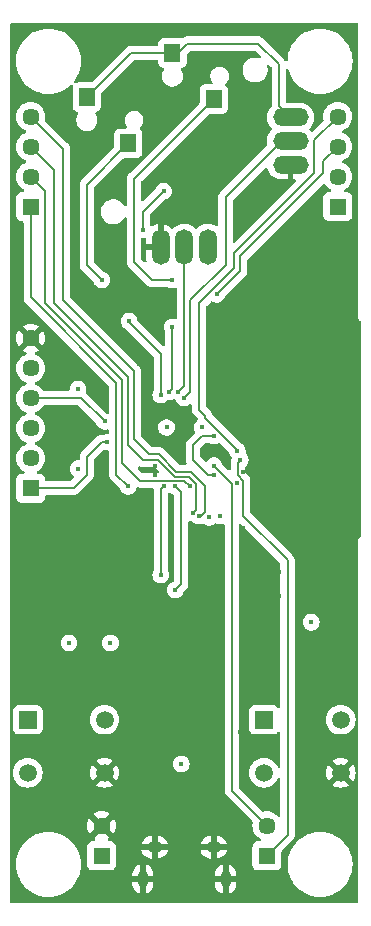
<source format=gbr>
%TF.GenerationSoftware,KiCad,Pcbnew,8.0.2*%
%TF.CreationDate,2024-07-02T20:29:51-04:00*%
%TF.ProjectId,HackerMouseProject,4861636b-6572-44d6-9f75-736550726f6a,rev?*%
%TF.SameCoordinates,Original*%
%TF.FileFunction,Copper,L4,Bot*%
%TF.FilePolarity,Positive*%
%FSLAX46Y46*%
G04 Gerber Fmt 4.6, Leading zero omitted, Abs format (unit mm)*
G04 Created by KiCad (PCBNEW 8.0.2) date 2024-07-02 20:29:51*
%MOMM*%
%LPD*%
G01*
G04 APERTURE LIST*
%TA.AperFunction,ComponentPad*%
%ADD10R,1.450000X1.450000*%
%TD*%
%TA.AperFunction,ComponentPad*%
%ADD11C,1.450000*%
%TD*%
%TA.AperFunction,ComponentPad*%
%ADD12O,3.000000X1.500000*%
%TD*%
%TA.AperFunction,ComponentPad*%
%ADD13O,1.500000X3.000000*%
%TD*%
%TA.AperFunction,ComponentPad*%
%ADD14R,1.498000X1.498000*%
%TD*%
%TA.AperFunction,ComponentPad*%
%ADD15C,1.498000*%
%TD*%
%TA.AperFunction,ComponentPad*%
%ADD16O,0.775000X1.550000*%
%TD*%
%TA.AperFunction,ComponentPad*%
%ADD17O,1.300000X0.950000*%
%TD*%
%TA.AperFunction,SMDPad,CuDef*%
%ADD18R,1.400000X1.500000*%
%TD*%
%TA.AperFunction,ViaPad*%
%ADD19C,0.400000*%
%TD*%
%TA.AperFunction,ViaPad*%
%ADD20C,0.350000*%
%TD*%
%TA.AperFunction,Conductor*%
%ADD21C,0.200000*%
%TD*%
G04 APERTURE END LIST*
D10*
%TO.P,J6,01,01*%
%TO.N,+5V*%
X168000000Y-104770000D03*
D11*
%TO.P,J6,02,02*%
%TO.N,GND*%
X168000000Y-102230000D03*
%TD*%
D12*
%TO.P,S1,X*%
%TO.N,/JOY_X*%
X184000000Y-44250000D03*
%TO.P,S1,X+*%
%TO.N,GND*%
X184000000Y-46250000D03*
%TO.P,S1,X-*%
%TO.N,+3V3*%
X184000000Y-42250000D03*
D13*
%TO.P,S1,Y*%
%TO.N,/JOY_Y*%
X175000000Y-53250000D03*
%TO.P,S1,Y+*%
%TO.N,+3V3*%
X177000000Y-53250000D03*
%TO.P,S1,Y-*%
%TO.N,GND*%
X173000000Y-53250000D03*
%TD*%
D10*
%TO.P,J5,01,01*%
%TO.N,/GPIO21*%
X162000000Y-49810000D03*
D11*
%TO.P,J5,02,02*%
%TO.N,/GPIO33*%
X162000000Y-47270000D03*
%TO.P,J5,03,03*%
%TO.N,/GPIO34*%
X162000000Y-44730000D03*
%TO.P,J5,04,04*%
%TO.N,/GPIO35*%
X162000000Y-42190000D03*
%TD*%
D14*
%TO.P,SW3,1*%
%TO.N,/BOOT*%
X161750000Y-93250000D03*
D15*
%TO.P,SW3,2*%
%TO.N,unconnected-(SW3-Pad2)*%
X168250000Y-93250000D03*
%TO.P,SW3,3*%
%TO.N,unconnected-(SW3-Pad3)*%
X161750000Y-97750000D03*
%TO.P,SW3,4*%
%TO.N,GND*%
X168250000Y-97750000D03*
%TD*%
D10*
%TO.P,J4,01,01*%
%TO.N,/GPIO36*%
X188000000Y-49810000D03*
D11*
%TO.P,J4,02,02*%
%TO.N,/GPIO37*%
X188000000Y-47270000D03*
%TO.P,J4,03,03*%
%TO.N,/GPIO38*%
X188000000Y-44730000D03*
%TO.P,J4,04,04*%
%TO.N,/GPIO45*%
X188000000Y-42190000D03*
%TD*%
D14*
%TO.P,SW1,1*%
%TO.N,Net-(R1-Pad2)*%
X181750000Y-93250000D03*
D15*
%TO.P,SW1,2*%
%TO.N,unconnected-(SW1-Pad2)*%
X188250000Y-93250000D03*
%TO.P,SW1,3*%
%TO.N,unconnected-(SW1-Pad3)*%
X181750000Y-97750000D03*
%TO.P,SW1,4*%
%TO.N,GND*%
X188250000Y-97750000D03*
%TD*%
D16*
%TO.P,J1,SH1,SHIELD*%
%TO.N,GND*%
X171500000Y-106750000D03*
%TO.P,J1,SH4,SHIELD*%
X178500000Y-106750000D03*
D17*
%TO.P,J1,SH5,SHIELD*%
X172500000Y-104050000D03*
%TO.P,J1,SH6,SHIELD*%
X177500000Y-104050000D03*
%TD*%
D10*
%TO.P,J2,01,01*%
%TO.N,/ESP_RX*%
X182000000Y-104770000D03*
D11*
%TO.P,J2,02,02*%
%TO.N,/ESP_TX*%
X182000000Y-102230000D03*
%TD*%
D10*
%TO.P,J3,01,01*%
%TO.N,/CS1*%
X162000000Y-73650000D03*
D11*
%TO.P,J3,02,02*%
%TO.N,/SCK*%
X162000000Y-71110000D03*
%TO.P,J3,03,03*%
%TO.N,/MOSI*%
X162000000Y-68570000D03*
%TO.P,J3,04,04*%
%TO.N,/MISO*%
X162000000Y-66030000D03*
%TO.P,J3,05,05*%
%TO.N,+5V*%
X162000000Y-63490000D03*
%TO.P,J3,06,06*%
%TO.N,GND*%
X162000000Y-60950000D03*
%TD*%
D18*
%TO.P,S2,1*%
%TO.N,+3V3*%
X174000000Y-36800000D03*
%TO.P,S2,2*%
%TO.N,/BUT_1*%
X177500000Y-40700000D03*
%TD*%
%TO.P,S3,1*%
%TO.N,+3V3*%
X166750000Y-40550000D03*
%TO.P,S3,2*%
%TO.N,/BUT_2*%
X170250000Y-44450000D03*
%TD*%
D19*
%TO.N,GND*%
X183000000Y-35500000D03*
X161250000Y-58750000D03*
X186000000Y-79250000D03*
X184000000Y-62750000D03*
X180500000Y-56750000D03*
X176610000Y-91610000D03*
X161750000Y-85000000D03*
X170500000Y-102250000D03*
X177250000Y-64250000D03*
X178750000Y-63000000D03*
X170500000Y-99500000D03*
X170260000Y-95220000D03*
X186500000Y-54750000D03*
X185000000Y-74500000D03*
X180000000Y-91750000D03*
X182500000Y-62750000D03*
X186750000Y-69000000D03*
X185500000Y-70750000D03*
X174500000Y-46750000D03*
X178500000Y-65000000D03*
X184250000Y-69250000D03*
X176000000Y-45250000D03*
X168750000Y-83000000D03*
X176150000Y-86070000D03*
X184250000Y-52500000D03*
X168000000Y-79000000D03*
X182750000Y-87250000D03*
X184000000Y-71250000D03*
X176960000Y-93150000D03*
X172500000Y-68750000D03*
X185250000Y-69250000D03*
X178500000Y-65750000D03*
X183250000Y-69250000D03*
X161000000Y-53250000D03*
X181750000Y-62000000D03*
X177750000Y-98500000D03*
X161750000Y-83500000D03*
X188000000Y-74750000D03*
X172500000Y-69750000D03*
X185500000Y-65750000D03*
X186500000Y-65500000D03*
X184500000Y-65000000D03*
X184250000Y-62000000D03*
X181250000Y-58000000D03*
X164250000Y-63500000D03*
X178000000Y-43500000D03*
X189500000Y-66000000D03*
X161000000Y-56250000D03*
X176350000Y-84390000D03*
X188500000Y-67250000D03*
X179500000Y-62250000D03*
X183500000Y-75000000D03*
X182250000Y-65000000D03*
X187500000Y-70750000D03*
X179250000Y-65000000D03*
X185500000Y-53500000D03*
X184500000Y-56750000D03*
X180250000Y-59250000D03*
X165750000Y-48750000D03*
X178500000Y-66500000D03*
X173180000Y-85080000D03*
X161610000Y-100350000D03*
X182250000Y-95500000D03*
X172500000Y-71750000D03*
X185250000Y-77250000D03*
X180000000Y-67250000D03*
X188000000Y-78750000D03*
X182000000Y-59250000D03*
X185500000Y-55500000D03*
X188000000Y-85250000D03*
X165020000Y-93740000D03*
X181500000Y-87500000D03*
X178500000Y-67250000D03*
X166000000Y-56750000D03*
X181500000Y-70250000D03*
X181500000Y-65750000D03*
X169500000Y-36000000D03*
X181500000Y-48750000D03*
X185500000Y-62750000D03*
X185500000Y-62000000D03*
X174750000Y-50750000D03*
X161750000Y-77750000D03*
X164500000Y-71750000D03*
X181500000Y-72250000D03*
X179500000Y-58000000D03*
X186000000Y-73500000D03*
X185500000Y-75000000D03*
X186500000Y-56750000D03*
X182000000Y-100000000D03*
X164500000Y-41500000D03*
X180750000Y-65750000D03*
X188750000Y-55000000D03*
X188000000Y-80750000D03*
X184750000Y-62750000D03*
X188500000Y-65500000D03*
X164250000Y-62000000D03*
X167750000Y-44500000D03*
X181500000Y-68750000D03*
X183500000Y-55750000D03*
X188500000Y-69000000D03*
X179750000Y-94250000D03*
X186000000Y-65000000D03*
X165750000Y-45500000D03*
X183250000Y-60750000D03*
X185500000Y-74000000D03*
X176500000Y-82500000D03*
X180750000Y-65000000D03*
X180000000Y-77000000D03*
X186250000Y-52500000D03*
X168750000Y-85250000D03*
X185000000Y-71250000D03*
X187500000Y-65500000D03*
X178750000Y-62250000D03*
X169500000Y-40000000D03*
X186000000Y-95500000D03*
X180250000Y-40500000D03*
X175500000Y-76750000D03*
X178500000Y-59250000D03*
X178000000Y-63500000D03*
X183000000Y-58000000D03*
X178250000Y-102000000D03*
X183500000Y-53500000D03*
X181000000Y-69750000D03*
X168000000Y-77000000D03*
X178000000Y-62750000D03*
X188200000Y-72250000D03*
X182500000Y-56750000D03*
X169000000Y-52750000D03*
X167500000Y-65500000D03*
X186750000Y-67250000D03*
X181500000Y-55750000D03*
X187500000Y-53750000D03*
X186500000Y-70750000D03*
X177500000Y-70500000D03*
X176750000Y-80750000D03*
X186000000Y-98250000D03*
X181500000Y-71250000D03*
X162310000Y-101510000D03*
X172500000Y-39000000D03*
X180000000Y-72250000D03*
X182234959Y-69225614D03*
X184500000Y-54500000D03*
X185500000Y-73000000D03*
X182500000Y-54500000D03*
X187500000Y-55750000D03*
X164500000Y-70000000D03*
X183250000Y-62750000D03*
X180500000Y-71750000D03*
X181750000Y-62750000D03*
X168000000Y-71500000D03*
X186000000Y-70250000D03*
X161750000Y-80750000D03*
X173640000Y-91060000D03*
X175710000Y-87410000D03*
X186000000Y-101250000D03*
X181500000Y-65000000D03*
X189000000Y-65000000D03*
X184000000Y-74500000D03*
X185250000Y-51500000D03*
X178500000Y-60750000D03*
X183250000Y-76750000D03*
X169750000Y-55250000D03*
X188000000Y-89000000D03*
X168000000Y-59000000D03*
X182000000Y-107750000D03*
X185500000Y-69750000D03*
X169000000Y-47500000D03*
X185250000Y-65000000D03*
X168500000Y-107500000D03*
X169000000Y-75000000D03*
X183000000Y-71250000D03*
X181250000Y-88750000D03*
D20*
X189750000Y-61620000D03*
D19*
X183750000Y-65000000D03*
X182000000Y-72750000D03*
X188000000Y-77000000D03*
X180000000Y-65000000D03*
X188000000Y-90750000D03*
X183000000Y-65000000D03*
X179500000Y-63000000D03*
X182500000Y-75000000D03*
X188000000Y-82750000D03*
X167500000Y-37250000D03*
X188250000Y-73250000D03*
X175710000Y-87410000D03*
X173000000Y-42000000D03*
X177250000Y-63500000D03*
X184000000Y-59250000D03*
X179250000Y-65750000D03*
X183000000Y-74500000D03*
X165630000Y-99940000D03*
X185250000Y-58000000D03*
X188000000Y-75750000D03*
X175750000Y-77750000D03*
X188250000Y-71250000D03*
X188000000Y-65000000D03*
X170750000Y-75000000D03*
X183000000Y-62000000D03*
X172500000Y-72500000D03*
X171500000Y-67000000D03*
X184500000Y-75000000D03*
X183000000Y-80750000D03*
X180000000Y-51250000D03*
X168750000Y-81500000D03*
X182000000Y-71750000D03*
X161750000Y-79500000D03*
X164500000Y-65000000D03*
X165870000Y-97640000D03*
X188000000Y-87250000D03*
X161750000Y-82000000D03*
X180500000Y-70750000D03*
X183000000Y-82750000D03*
X172970000Y-92830000D03*
X181500000Y-67250000D03*
X175250000Y-49000000D03*
X187000000Y-65000000D03*
%TO.N,+3V3*%
X177500000Y-72500000D03*
X168750000Y-86750000D03*
X177500000Y-69250000D03*
X165250000Y-86750000D03*
X166000000Y-65250000D03*
X166000000Y-72000000D03*
%TO.N,/RESET*%
X176500000Y-68500000D03*
X185750000Y-85000000D03*
%TO.N,/GPIO34*%
X175750000Y-75750000D03*
%TO.N,/GPIO33*%
X175500000Y-73500000D03*
%TO.N,/GPIO21*%
X170250000Y-73500000D03*
%TO.N,/GPIO35*%
X176250000Y-76000000D03*
%TO.N,/GPIO36*%
X177113910Y-76113910D03*
%TO.N,/GPIO45*%
X179500000Y-70500000D03*
%TO.N,/GPIO37*%
X173250000Y-48500000D03*
X178000000Y-76000000D03*
X171500000Y-51750000D03*
%TO.N,/GPIO38*%
X177750000Y-57250000D03*
X179500000Y-73250000D03*
%TO.N,/MISO*%
X168250000Y-68000000D03*
%TO.N,/CS1*%
X168500000Y-69750000D03*
%TO.N,/ESP_RX*%
X179750000Y-71250000D03*
%TO.N,/ESP_TX*%
X177500000Y-71750000D03*
%TO.N,/BOOT*%
X174750000Y-97000000D03*
X173500000Y-68500000D03*
%TO.N,/BUT_1*%
X174000000Y-56000000D03*
X173750000Y-65500000D03*
X174000000Y-60000000D03*
%TO.N,/BUT_2*%
X170337500Y-59500000D03*
X173000000Y-65750000D03*
X168000000Y-56000000D03*
%TO.N,/JOY_Y*%
X174500000Y-65500000D03*
%TO.N,/JOY_X*%
X175000000Y-66000000D03*
%TO.N,/SPICS0*%
X173000000Y-81000000D03*
X173250000Y-73500000D03*
%TO.N,/SPIQ*%
X174250000Y-73500000D03*
X174250000Y-82250000D03*
%TD*%
D21*
%TO.N,+3V3*%
X184000000Y-42250000D02*
X183000000Y-41250000D01*
X181250000Y-36000000D02*
X175250000Y-36000000D01*
X175250000Y-36000000D02*
X174450000Y-36800000D01*
X177000000Y-72500000D02*
X175750000Y-71250000D01*
X170500000Y-36800000D02*
X166750000Y-40550000D01*
X174000000Y-36800000D02*
X170500000Y-36800000D01*
X177500000Y-72500000D02*
X177000000Y-72500000D01*
X183000000Y-37750000D02*
X181250000Y-36000000D01*
X175750000Y-71250000D02*
X175750000Y-70000000D01*
X176500000Y-69250000D02*
X177500000Y-69250000D01*
X175750000Y-70000000D02*
X176500000Y-69250000D01*
X174450000Y-36800000D02*
X174000000Y-36800000D01*
X183000000Y-41250000D02*
X183000000Y-37750000D01*
%TO.N,/GPIO34*%
X174200000Y-72700000D02*
X172775000Y-71275000D01*
X175975000Y-73303248D02*
X175371752Y-72700000D01*
X175750000Y-75750000D02*
X175975000Y-75525000D01*
X170250000Y-70000000D02*
X170250000Y-64250000D01*
X172775000Y-71275000D02*
X171525000Y-71275000D01*
X164000000Y-46730000D02*
X162000000Y-44730000D01*
X170250000Y-64250000D02*
X164000000Y-58000000D01*
X175371752Y-72700000D02*
X174200000Y-72700000D01*
X175975000Y-75525000D02*
X175975000Y-73303248D01*
X171525000Y-71275000D02*
X170250000Y-70000000D01*
X164000000Y-58000000D02*
X164000000Y-46730000D01*
%TO.N,/GPIO33*%
X163250000Y-48520000D02*
X163250000Y-58000000D01*
X169750000Y-64500000D02*
X169750000Y-71500000D01*
X163250000Y-58000000D02*
X169750000Y-64500000D01*
X171250000Y-73000000D02*
X175000000Y-73000000D01*
X169750000Y-71500000D02*
X171250000Y-73000000D01*
X175000000Y-73000000D02*
X175500000Y-73500000D01*
X162000000Y-47270000D02*
X163250000Y-48520000D01*
%TO.N,/GPIO21*%
X170250000Y-73500000D02*
X169250000Y-72500000D01*
X169250000Y-72500000D02*
X169250000Y-64750000D01*
X169250000Y-64750000D02*
X162000000Y-57500000D01*
X162000000Y-57500000D02*
X162000000Y-49810000D01*
%TO.N,/GPIO35*%
X172837132Y-70750000D02*
X172000000Y-70750000D01*
X176725000Y-73426992D02*
X175548008Y-72250000D01*
X176421752Y-76000000D02*
X176725000Y-75696752D01*
X176250000Y-76000000D02*
X176421752Y-76000000D01*
X172000000Y-70750000D02*
X170750000Y-69500000D01*
X164750000Y-57750000D02*
X164750000Y-44940000D01*
X170750000Y-63750000D02*
X164750000Y-57750000D01*
X164750000Y-44940000D02*
X162000000Y-42190000D01*
X175548008Y-72250000D02*
X174337132Y-72250000D01*
X174337132Y-72250000D02*
X172837132Y-70750000D01*
X176725000Y-75696752D02*
X176725000Y-73426992D01*
X170750000Y-69500000D02*
X170750000Y-63750000D01*
%TO.N,/GPIO45*%
X179500000Y-70421752D02*
X176750000Y-67671752D01*
X186000000Y-47000000D02*
X186000000Y-44190000D01*
X176250000Y-67000000D02*
X176250000Y-58000000D01*
X179250000Y-55000000D02*
X179250000Y-53750000D01*
X176750000Y-67671752D02*
X176750000Y-67500000D01*
X186000000Y-44190000D02*
X188000000Y-42190000D01*
X179250000Y-53750000D02*
X186000000Y-47000000D01*
X179500000Y-70500000D02*
X179500000Y-70421752D01*
X176250000Y-58000000D02*
X179250000Y-55000000D01*
X176750000Y-67500000D02*
X176250000Y-67000000D01*
%TO.N,/GPIO37*%
X173250000Y-48500000D02*
X171500000Y-50250000D01*
X171500000Y-50250000D02*
X171500000Y-51750000D01*
%TO.N,/GPIO38*%
X179750000Y-55250000D02*
X179750000Y-54000000D01*
X179750000Y-54000000D02*
X186750000Y-47000000D01*
X177750000Y-57250000D02*
X179750000Y-55250000D01*
X186750000Y-45980000D02*
X188000000Y-44730000D01*
X186750000Y-47000000D02*
X186750000Y-45980000D01*
%TO.N,/MISO*%
X166250000Y-66000000D02*
X162030000Y-66000000D01*
X162030000Y-66000000D02*
X162000000Y-66030000D01*
X168250000Y-68000000D02*
X166250000Y-66000000D01*
%TO.N,/CS1*%
X162030000Y-73620000D02*
X162000000Y-73650000D01*
X166750000Y-71000000D02*
X166750000Y-72500000D01*
X168000000Y-69750000D02*
X166750000Y-71000000D01*
X165630000Y-73620000D02*
X162030000Y-73620000D01*
X166750000Y-72500000D02*
X165630000Y-73620000D01*
X168500000Y-69750000D02*
X168000000Y-69750000D01*
%TO.N,/ESP_RX*%
X183750000Y-79750000D02*
X183750000Y-103020000D01*
X183750000Y-103020000D02*
X182000000Y-104770000D01*
X179750000Y-71250000D02*
X179525000Y-71475000D01*
X180000000Y-76000000D02*
X183750000Y-79750000D01*
X179525000Y-71475000D02*
X179525000Y-72525000D01*
X180000000Y-73000000D02*
X180000000Y-76000000D01*
X179525000Y-72525000D02*
X180000000Y-73000000D01*
%TO.N,/ESP_TX*%
X179025000Y-99255000D02*
X182000000Y-102230000D01*
X179025000Y-73275000D02*
X179025000Y-99255000D01*
X177500000Y-71750000D02*
X179025000Y-73275000D01*
%TO.N,/BUT_1*%
X170750000Y-54500000D02*
X170750000Y-47450000D01*
X174000000Y-60000000D02*
X174000000Y-65250000D01*
X174000000Y-56000000D02*
X172250000Y-56000000D01*
X172250000Y-56000000D02*
X170750000Y-54500000D01*
X170750000Y-47450000D02*
X177500000Y-40700000D01*
X174000000Y-65250000D02*
X173750000Y-65500000D01*
%TO.N,/BUT_2*%
X173000000Y-62250000D02*
X173000000Y-65750000D01*
X170337500Y-59587500D02*
X173000000Y-62250000D01*
X168000000Y-56000000D02*
X166750000Y-54750000D01*
X166750000Y-47950000D02*
X170250000Y-44450000D01*
X166750000Y-54750000D02*
X166750000Y-47950000D01*
X170337500Y-59500000D02*
X170337500Y-59587500D01*
%TO.N,/JOY_Y*%
X175000000Y-65000000D02*
X175000000Y-53250000D01*
X174500000Y-65500000D02*
X175000000Y-65000000D01*
%TO.N,/JOY_X*%
X175500000Y-65500000D02*
X175500000Y-57750000D01*
X175500000Y-57750000D02*
X178500000Y-54750000D01*
X175000000Y-66000000D02*
X175500000Y-65500000D01*
X178500000Y-54750000D02*
X178500000Y-49000000D01*
X178500000Y-49000000D02*
X183250000Y-44250000D01*
X183250000Y-44250000D02*
X184000000Y-44250000D01*
%TO.N,/SPICS0*%
X173000000Y-81000000D02*
X173000000Y-73750000D01*
X173000000Y-73750000D02*
X173250000Y-73500000D01*
%TO.N,/SPIQ*%
X174250000Y-73500000D02*
X174750000Y-74000000D01*
X174750000Y-81750000D02*
X174250000Y-82250000D01*
X174750000Y-74000000D02*
X174750000Y-81750000D01*
%TD*%
%TA.AperFunction,Conductor*%
%TO.N,GND*%
G36*
X179830703Y-76680384D02*
G01*
X179837181Y-76686416D01*
X183113181Y-79962416D01*
X183146666Y-80023739D01*
X183149500Y-80050097D01*
X183149500Y-92162232D01*
X183129815Y-92229271D01*
X183077011Y-92275026D01*
X183007853Y-92284970D01*
X182944297Y-92255945D01*
X182926234Y-92236544D01*
X182883757Y-92179804D01*
X182856546Y-92143454D01*
X182856544Y-92143453D01*
X182856544Y-92143452D01*
X182741335Y-92057206D01*
X182741328Y-92057202D01*
X182606482Y-92006908D01*
X182606483Y-92006908D01*
X182546883Y-92000501D01*
X182546881Y-92000500D01*
X182546873Y-92000500D01*
X182546864Y-92000500D01*
X180953129Y-92000500D01*
X180953123Y-92000501D01*
X180893516Y-92006908D01*
X180758671Y-92057202D01*
X180758664Y-92057206D01*
X180643455Y-92143452D01*
X180643452Y-92143455D01*
X180557206Y-92258664D01*
X180557202Y-92258671D01*
X180506908Y-92393517D01*
X180501506Y-92443766D01*
X180500501Y-92453123D01*
X180500500Y-92453135D01*
X180500500Y-94046870D01*
X180500501Y-94046876D01*
X180506908Y-94106483D01*
X180557202Y-94241328D01*
X180557206Y-94241335D01*
X180643452Y-94356544D01*
X180643455Y-94356547D01*
X180758664Y-94442793D01*
X180758671Y-94442797D01*
X180893517Y-94493091D01*
X180893516Y-94493091D01*
X180900444Y-94493835D01*
X180953127Y-94499500D01*
X182546872Y-94499499D01*
X182606483Y-94493091D01*
X182741331Y-94442796D01*
X182856546Y-94356546D01*
X182890335Y-94311410D01*
X182926234Y-94263456D01*
X182982168Y-94221585D01*
X183051859Y-94216601D01*
X183113182Y-94250087D01*
X183146666Y-94311410D01*
X183149500Y-94337767D01*
X183149500Y-97235340D01*
X183129815Y-97302379D01*
X183077011Y-97348134D01*
X183007853Y-97358078D01*
X182944297Y-97329053D01*
X182913118Y-97287745D01*
X182836233Y-97122866D01*
X182710830Y-96943770D01*
X182710826Y-96943766D01*
X182556231Y-96789171D01*
X182556227Y-96789168D01*
X182556226Y-96789167D01*
X182377141Y-96663770D01*
X182377137Y-96663768D01*
X182377133Y-96663766D01*
X182178987Y-96571369D01*
X182178983Y-96571368D01*
X182178979Y-96571366D01*
X181967807Y-96514783D01*
X181967803Y-96514782D01*
X181967802Y-96514782D01*
X181967801Y-96514781D01*
X181967796Y-96514781D01*
X181750002Y-96495727D01*
X181749998Y-96495727D01*
X181532203Y-96514781D01*
X181532192Y-96514783D01*
X181321020Y-96571366D01*
X181321011Y-96571370D01*
X181122866Y-96663766D01*
X180943766Y-96789172D01*
X180789172Y-96943766D01*
X180663766Y-97122866D01*
X180571370Y-97321011D01*
X180571366Y-97321020D01*
X180514783Y-97532192D01*
X180514781Y-97532203D01*
X180495727Y-97749998D01*
X180495727Y-97750001D01*
X180514781Y-97967796D01*
X180514783Y-97967807D01*
X180571366Y-98178979D01*
X180571368Y-98178983D01*
X180571369Y-98178987D01*
X180611319Y-98264659D01*
X180663768Y-98377137D01*
X180663770Y-98377141D01*
X180789167Y-98556226D01*
X180789172Y-98556232D01*
X180943767Y-98710827D01*
X180943773Y-98710832D01*
X181122858Y-98836229D01*
X181122860Y-98836230D01*
X181122863Y-98836232D01*
X181321013Y-98928631D01*
X181532198Y-98985218D01*
X181687770Y-98998828D01*
X181749998Y-99004273D01*
X181750000Y-99004273D01*
X181750002Y-99004273D01*
X181804450Y-98999509D01*
X181967802Y-98985218D01*
X182178987Y-98928631D01*
X182377137Y-98836232D01*
X182556231Y-98710829D01*
X182710829Y-98556231D01*
X182836232Y-98377137D01*
X182913118Y-98212253D01*
X182959290Y-98159815D01*
X183026484Y-98140663D01*
X183093365Y-98160879D01*
X183138699Y-98214044D01*
X183149500Y-98264659D01*
X183149500Y-101347020D01*
X183129815Y-101414059D01*
X183077011Y-101459814D01*
X183007853Y-101469758D01*
X182944297Y-101440733D01*
X182937819Y-101434701D01*
X182790745Y-101287627D01*
X182615090Y-101164631D01*
X182517919Y-101119320D01*
X182420747Y-101074008D01*
X182420743Y-101074007D01*
X182420739Y-101074005D01*
X182213624Y-101018509D01*
X182213620Y-101018508D01*
X182213619Y-101018508D01*
X182213618Y-101018507D01*
X182213613Y-101018507D01*
X182000002Y-100999819D01*
X181999998Y-100999819D01*
X181786386Y-101018507D01*
X181786379Y-101018508D01*
X181738302Y-101031390D01*
X181668452Y-101029725D01*
X181618530Y-100999295D01*
X179661819Y-99042584D01*
X179628334Y-98981261D01*
X179625500Y-98954903D01*
X179625500Y-76774097D01*
X179645185Y-76707058D01*
X179697989Y-76661303D01*
X179767147Y-76651359D01*
X179830703Y-76680384D01*
G37*
%TD.AperFunction*%
%TA.AperFunction,Conductor*%
G36*
X166016942Y-66620185D02*
G01*
X166037584Y-66636819D01*
X167543119Y-68142354D01*
X167571380Y-68186064D01*
X167625182Y-68327931D01*
X167687475Y-68418177D01*
X167721817Y-68467929D01*
X167827505Y-68561560D01*
X167849150Y-68580736D01*
X167999773Y-68659789D01*
X167999775Y-68659790D01*
X168164944Y-68700500D01*
X168335056Y-68700500D01*
X168495826Y-68660874D01*
X168565627Y-68663943D01*
X168622689Y-68704263D01*
X168648895Y-68769032D01*
X168649500Y-68781271D01*
X168649500Y-68925500D01*
X168629815Y-68992539D01*
X168577011Y-69038294D01*
X168525500Y-69049500D01*
X168414944Y-69049500D01*
X168249775Y-69090209D01*
X168192171Y-69120443D01*
X168163871Y-69135296D01*
X168106246Y-69149500D01*
X168086669Y-69149500D01*
X168086653Y-69149499D01*
X168079057Y-69149499D01*
X167920943Y-69149499D01*
X167813587Y-69178265D01*
X167768210Y-69190424D01*
X167768209Y-69190425D01*
X167733066Y-69210716D01*
X167733064Y-69210717D01*
X167631290Y-69269475D01*
X167631282Y-69269481D01*
X166269481Y-70631282D01*
X166269477Y-70631287D01*
X166223620Y-70710716D01*
X166223620Y-70710717D01*
X166190423Y-70768214D01*
X166190423Y-70768215D01*
X166149499Y-70920943D01*
X166149499Y-70920945D01*
X166149499Y-71089046D01*
X166149500Y-71089059D01*
X166149500Y-71175500D01*
X166129815Y-71242539D01*
X166077011Y-71288294D01*
X166025500Y-71299500D01*
X165914944Y-71299500D01*
X165749773Y-71340210D01*
X165599150Y-71419263D01*
X165500359Y-71506785D01*
X165473312Y-71530747D01*
X165471816Y-71532072D01*
X165375182Y-71672068D01*
X165314860Y-71831125D01*
X165314859Y-71831130D01*
X165294355Y-72000000D01*
X165314859Y-72168869D01*
X165314860Y-72168874D01*
X165375182Y-72327931D01*
X165428252Y-72404815D01*
X165471817Y-72467929D01*
X165599148Y-72580734D01*
X165599150Y-72580735D01*
X165605325Y-72584998D01*
X165603814Y-72587186D01*
X165644985Y-72627005D01*
X165660975Y-72695021D01*
X165637654Y-72760884D01*
X165624842Y-72775922D01*
X165417582Y-72983182D01*
X165356262Y-73016666D01*
X165329903Y-73019500D01*
X163349499Y-73019500D01*
X163282460Y-72999815D01*
X163236705Y-72947011D01*
X163225499Y-72895500D01*
X163225499Y-72877129D01*
X163225498Y-72877123D01*
X163225497Y-72877116D01*
X163219091Y-72817517D01*
X163200702Y-72768214D01*
X163168797Y-72682671D01*
X163168793Y-72682664D01*
X163082547Y-72567455D01*
X163082544Y-72567452D01*
X162967335Y-72481206D01*
X162967328Y-72481202D01*
X162832482Y-72430908D01*
X162832483Y-72430908D01*
X162772883Y-72424501D01*
X162772881Y-72424500D01*
X162772873Y-72424500D01*
X162772865Y-72424500D01*
X162640152Y-72424500D01*
X162573113Y-72404815D01*
X162527358Y-72352011D01*
X162517414Y-72282853D01*
X162546439Y-72219297D01*
X162587746Y-72188119D01*
X162615091Y-72175368D01*
X162790745Y-72052373D01*
X162942373Y-71900745D01*
X163065368Y-71725091D01*
X163155992Y-71530747D01*
X163211492Y-71323619D01*
X163230181Y-71110000D01*
X163211492Y-70896381D01*
X163155992Y-70689253D01*
X163065368Y-70494910D01*
X163048055Y-70470185D01*
X162942376Y-70319259D01*
X162942371Y-70319253D01*
X162790745Y-70167627D01*
X162736744Y-70129815D01*
X162615091Y-70044632D01*
X162420747Y-69954008D01*
X162420744Y-69954007D01*
X162417259Y-69952382D01*
X162364820Y-69906210D01*
X162345668Y-69839016D01*
X162365884Y-69772135D01*
X162417259Y-69727618D01*
X162420744Y-69725992D01*
X162420747Y-69725992D01*
X162615091Y-69635368D01*
X162790745Y-69512373D01*
X162942373Y-69360745D01*
X163065368Y-69185091D01*
X163155992Y-68990747D01*
X163211492Y-68783619D01*
X163230181Y-68570000D01*
X163211492Y-68356381D01*
X163155992Y-68149253D01*
X163065368Y-67954910D01*
X163037379Y-67914938D01*
X162942376Y-67779259D01*
X162942371Y-67779253D01*
X162790745Y-67627627D01*
X162790739Y-67627623D01*
X162615091Y-67504632D01*
X162420747Y-67414008D01*
X162420744Y-67414007D01*
X162417259Y-67412382D01*
X162364820Y-67366210D01*
X162345668Y-67299016D01*
X162365884Y-67232135D01*
X162417259Y-67187618D01*
X162420744Y-67185992D01*
X162420747Y-67185992D01*
X162615091Y-67095368D01*
X162790745Y-66972373D01*
X162942373Y-66820745D01*
X163059567Y-66653374D01*
X163114143Y-66609752D01*
X163161141Y-66600500D01*
X165949903Y-66600500D01*
X166016942Y-66620185D01*
G37*
%TD.AperFunction*%
%TA.AperFunction,Conductor*%
G36*
X171255968Y-71813112D02*
G01*
X171258525Y-71814548D01*
X171293215Y-71834577D01*
X171445942Y-71875500D01*
X171445943Y-71875500D01*
X172474903Y-71875500D01*
X172541942Y-71895185D01*
X172562584Y-71911819D01*
X172838584Y-72187819D01*
X172872069Y-72249142D01*
X172867085Y-72318834D01*
X172825213Y-72374767D01*
X172759749Y-72399184D01*
X172750903Y-72399500D01*
X171550097Y-72399500D01*
X171483058Y-72379815D01*
X171462416Y-72363181D01*
X171108860Y-72009625D01*
X171075375Y-71948302D01*
X171080359Y-71878610D01*
X171122231Y-71822677D01*
X171187695Y-71798260D01*
X171255968Y-71813112D01*
G37*
%TD.AperFunction*%
%TA.AperFunction,Conductor*%
G36*
X178030186Y-69812937D02*
G01*
X178067642Y-69838629D01*
X178773127Y-70544114D01*
X178806612Y-70605437D01*
X178808542Y-70616846D01*
X178814859Y-70668871D01*
X178814860Y-70668875D01*
X178875182Y-70827930D01*
X178875182Y-70827931D01*
X178971816Y-70967928D01*
X178996958Y-70990202D01*
X179034084Y-71049392D01*
X179033316Y-71119257D01*
X179022118Y-71145016D01*
X178995904Y-71190421D01*
X178995903Y-71190421D01*
X178965424Y-71243211D01*
X178965423Y-71243215D01*
X178924499Y-71395943D01*
X178924499Y-71395945D01*
X178924499Y-71564046D01*
X178924500Y-71564059D01*
X178924500Y-72025902D01*
X178904815Y-72092941D01*
X178852011Y-72138696D01*
X178782853Y-72148640D01*
X178719297Y-72119615D01*
X178712819Y-72113583D01*
X178206880Y-71607644D01*
X178178619Y-71563934D01*
X178174874Y-71554060D01*
X178124818Y-71422070D01*
X178122880Y-71419263D01*
X178082717Y-71361077D01*
X178028183Y-71282071D01*
X177933316Y-71198026D01*
X177900849Y-71169263D01*
X177750226Y-71090210D01*
X177585056Y-71049500D01*
X177414944Y-71049500D01*
X177249773Y-71090210D01*
X177099150Y-71169263D01*
X176971818Y-71282070D01*
X176971817Y-71282071D01*
X176917283Y-71361077D01*
X176862999Y-71405067D01*
X176793551Y-71412726D01*
X176730986Y-71381622D01*
X176727552Y-71378317D01*
X176386819Y-71037584D01*
X176353334Y-70976261D01*
X176350500Y-70949903D01*
X176350500Y-70300097D01*
X176370185Y-70233058D01*
X176386819Y-70212416D01*
X176712416Y-69886819D01*
X176773739Y-69853334D01*
X176800097Y-69850500D01*
X177106246Y-69850500D01*
X177163871Y-69864703D01*
X177249775Y-69909790D01*
X177414944Y-69950500D01*
X177585056Y-69950500D01*
X177750225Y-69909790D01*
X177857792Y-69853334D01*
X177900845Y-69830738D01*
X177900846Y-69830736D01*
X177900852Y-69830734D01*
X177900856Y-69830730D01*
X177907020Y-69826476D01*
X177908408Y-69828487D01*
X177960919Y-69803781D01*
X178030186Y-69812937D01*
G37*
%TD.AperFunction*%
%TA.AperFunction,Conductor*%
G36*
X171666125Y-52450790D02*
G01*
X171723188Y-52491109D01*
X171749394Y-52555878D01*
X171750000Y-52568119D01*
X171750000Y-53000000D01*
X172624722Y-53000000D01*
X172580667Y-53076306D01*
X172550000Y-53190756D01*
X172550000Y-53309244D01*
X172580667Y-53423694D01*
X172624722Y-53500000D01*
X171750000Y-53500000D01*
X171750000Y-54098382D01*
X171780778Y-54292705D01*
X171808322Y-54377476D01*
X171810317Y-54447317D01*
X171774237Y-54507150D01*
X171711536Y-54537978D01*
X171642122Y-54530013D01*
X171602710Y-54503475D01*
X171386819Y-54287584D01*
X171353334Y-54226261D01*
X171350500Y-54199903D01*
X171350500Y-52574500D01*
X171370185Y-52507461D01*
X171422989Y-52461706D01*
X171474500Y-52450500D01*
X171585057Y-52450500D01*
X171585057Y-52450499D01*
X171596323Y-52447723D01*
X171666125Y-52450790D01*
G37*
%TD.AperFunction*%
%TA.AperFunction,Conductor*%
G36*
X181963716Y-46488031D02*
G01*
X182019649Y-46529903D01*
X182038313Y-46565894D01*
X182091582Y-46729837D01*
X182180904Y-46905143D01*
X182296555Y-47064321D01*
X182435678Y-47203444D01*
X182594856Y-47319095D01*
X182770164Y-47408418D01*
X182957294Y-47469221D01*
X183151618Y-47500000D01*
X183750000Y-47500000D01*
X183750000Y-46625277D01*
X183826306Y-46669333D01*
X183940756Y-46700000D01*
X184059244Y-46700000D01*
X184173694Y-46669333D01*
X184250000Y-46625277D01*
X184250000Y-47500000D01*
X184351402Y-47500000D01*
X184418441Y-47519685D01*
X184464196Y-47572489D01*
X184474140Y-47641647D01*
X184445115Y-47705203D01*
X184439083Y-47711681D01*
X179312181Y-52838583D01*
X179250858Y-52872068D01*
X179181166Y-52867084D01*
X179125233Y-52825212D01*
X179100816Y-52759748D01*
X179100500Y-52750902D01*
X179100500Y-49300096D01*
X179120185Y-49233057D01*
X179136814Y-49212420D01*
X181832703Y-46516530D01*
X181894024Y-46483047D01*
X181963716Y-46488031D01*
G37*
%TD.AperFunction*%
%TA.AperFunction,Conductor*%
G36*
X189692539Y-34270185D02*
G01*
X189738294Y-34322989D01*
X189749500Y-34374500D01*
X189749500Y-59299829D01*
X189766747Y-59341466D01*
X189787636Y-59391897D01*
X189858103Y-59462364D01*
X189923452Y-59489432D01*
X189977856Y-59533273D01*
X189999921Y-59599567D01*
X190000000Y-59603993D01*
X190000000Y-77646006D01*
X189980315Y-77713045D01*
X189927511Y-77758800D01*
X189923453Y-77760567D01*
X189858102Y-77787636D01*
X189787636Y-77858102D01*
X189749500Y-77950170D01*
X189749500Y-93212890D01*
X189739249Y-93247799D01*
X189747069Y-93262677D01*
X189749500Y-93287109D01*
X189749500Y-97718629D01*
X189741411Y-97746174D01*
X189747069Y-97756938D01*
X189749500Y-97781370D01*
X189749500Y-108625500D01*
X189729815Y-108692539D01*
X189677011Y-108738294D01*
X189625500Y-108749500D01*
X160374500Y-108749500D01*
X160307461Y-108729815D01*
X160261706Y-108677011D01*
X160250500Y-108625500D01*
X160250500Y-105500000D01*
X160744473Y-105500000D01*
X160764563Y-105832136D01*
X160764563Y-105832141D01*
X160764564Y-105832142D01*
X160824544Y-106159441D01*
X160824545Y-106159445D01*
X160824546Y-106159449D01*
X160923530Y-106477104D01*
X160923534Y-106477116D01*
X160923537Y-106477123D01*
X161060102Y-106780557D01*
X161192760Y-107000000D01*
X161232251Y-107065326D01*
X161437460Y-107327255D01*
X161672744Y-107562539D01*
X161934673Y-107767748D01*
X161934678Y-107767751D01*
X161934682Y-107767754D01*
X162219443Y-107939898D01*
X162522877Y-108076463D01*
X162522890Y-108076467D01*
X162522895Y-108076469D01*
X162734665Y-108142458D01*
X162840559Y-108175456D01*
X163167858Y-108235436D01*
X163500000Y-108255527D01*
X163832142Y-108235436D01*
X164159441Y-108175456D01*
X164477123Y-108076463D01*
X164780557Y-107939898D01*
X165065318Y-107767754D01*
X165327252Y-107562542D01*
X165562542Y-107327252D01*
X165767754Y-107065318D01*
X165939898Y-106780557D01*
X166076463Y-106477123D01*
X166139420Y-106275084D01*
X170612500Y-106275084D01*
X170612500Y-106500000D01*
X171250000Y-106500000D01*
X171250000Y-107000000D01*
X170612500Y-107000000D01*
X170612500Y-107224915D01*
X170646604Y-107396366D01*
X170646606Y-107396374D01*
X170713506Y-107557886D01*
X170713511Y-107557895D01*
X170810633Y-107703247D01*
X170810636Y-107703251D01*
X170934248Y-107826863D01*
X170934252Y-107826866D01*
X171079604Y-107923988D01*
X171079617Y-107923995D01*
X171241120Y-107990891D01*
X171241128Y-107990893D01*
X171250000Y-107992658D01*
X171250000Y-107124728D01*
X171288060Y-107216614D01*
X171358386Y-107286940D01*
X171450272Y-107325000D01*
X171549728Y-107325000D01*
X171641614Y-107286940D01*
X171711940Y-107216614D01*
X171750000Y-107124728D01*
X171750000Y-107992657D01*
X171758871Y-107990893D01*
X171758879Y-107990891D01*
X171920382Y-107923995D01*
X171920395Y-107923988D01*
X172065747Y-107826866D01*
X172065751Y-107826863D01*
X172189363Y-107703251D01*
X172189366Y-107703247D01*
X172286488Y-107557895D01*
X172286493Y-107557886D01*
X172353393Y-107396374D01*
X172353395Y-107396366D01*
X172387499Y-107224915D01*
X172387500Y-107224912D01*
X172387500Y-107000000D01*
X171750000Y-107000000D01*
X171750000Y-106500000D01*
X172387500Y-106500000D01*
X172387500Y-106275088D01*
X172387499Y-106275084D01*
X177612500Y-106275084D01*
X177612500Y-106500000D01*
X178250000Y-106500000D01*
X178250000Y-107000000D01*
X177612500Y-107000000D01*
X177612500Y-107224915D01*
X177646604Y-107396366D01*
X177646606Y-107396374D01*
X177713506Y-107557886D01*
X177713511Y-107557895D01*
X177810633Y-107703247D01*
X177810636Y-107703251D01*
X177934248Y-107826863D01*
X177934252Y-107826866D01*
X178079604Y-107923988D01*
X178079617Y-107923995D01*
X178241120Y-107990891D01*
X178241128Y-107990893D01*
X178250000Y-107992658D01*
X178250000Y-107124728D01*
X178288060Y-107216614D01*
X178358386Y-107286940D01*
X178450272Y-107325000D01*
X178549728Y-107325000D01*
X178641614Y-107286940D01*
X178711940Y-107216614D01*
X178750000Y-107124728D01*
X178750000Y-107992657D01*
X178758871Y-107990893D01*
X178758879Y-107990891D01*
X178920382Y-107923995D01*
X178920395Y-107923988D01*
X179065747Y-107826866D01*
X179065751Y-107826863D01*
X179189363Y-107703251D01*
X179189366Y-107703247D01*
X179286488Y-107557895D01*
X179286493Y-107557886D01*
X179353393Y-107396374D01*
X179353395Y-107396366D01*
X179387499Y-107224915D01*
X179387500Y-107224912D01*
X179387500Y-107000000D01*
X178750000Y-107000000D01*
X178750000Y-106500000D01*
X179387500Y-106500000D01*
X179387500Y-106275088D01*
X179387499Y-106275084D01*
X179353395Y-106103633D01*
X179353393Y-106103625D01*
X179286493Y-105942113D01*
X179286488Y-105942104D01*
X179189366Y-105796752D01*
X179189363Y-105796748D01*
X179065751Y-105673136D01*
X179065747Y-105673133D01*
X178920395Y-105576011D01*
X178920385Y-105576006D01*
X178758871Y-105509105D01*
X178750000Y-105507339D01*
X178750000Y-106375272D01*
X178711940Y-106283386D01*
X178641614Y-106213060D01*
X178549728Y-106175000D01*
X178450272Y-106175000D01*
X178358386Y-106213060D01*
X178288060Y-106283386D01*
X178250000Y-106375272D01*
X178250000Y-105507340D01*
X178249999Y-105507339D01*
X178241128Y-105509105D01*
X178079614Y-105576006D01*
X178079604Y-105576011D01*
X177934252Y-105673133D01*
X177934248Y-105673136D01*
X177810636Y-105796748D01*
X177810633Y-105796752D01*
X177713511Y-105942104D01*
X177713506Y-105942113D01*
X177646606Y-106103625D01*
X177646604Y-106103633D01*
X177612500Y-106275084D01*
X172387499Y-106275084D01*
X172353395Y-106103633D01*
X172353393Y-106103625D01*
X172286493Y-105942113D01*
X172286488Y-105942104D01*
X172189366Y-105796752D01*
X172189363Y-105796748D01*
X172065751Y-105673136D01*
X172065747Y-105673133D01*
X171920395Y-105576011D01*
X171920385Y-105576006D01*
X171758871Y-105509105D01*
X171750000Y-105507339D01*
X171750000Y-106375272D01*
X171711940Y-106283386D01*
X171641614Y-106213060D01*
X171549728Y-106175000D01*
X171450272Y-106175000D01*
X171358386Y-106213060D01*
X171288060Y-106283386D01*
X171250000Y-106375272D01*
X171250000Y-105507340D01*
X171249999Y-105507339D01*
X171241128Y-105509105D01*
X171079614Y-105576006D01*
X171079604Y-105576011D01*
X170934252Y-105673133D01*
X170934248Y-105673136D01*
X170810636Y-105796748D01*
X170810633Y-105796752D01*
X170713511Y-105942104D01*
X170713506Y-105942113D01*
X170646606Y-106103625D01*
X170646604Y-106103633D01*
X170612500Y-106275084D01*
X166139420Y-106275084D01*
X166175456Y-106159441D01*
X166235436Y-105832142D01*
X166255527Y-105500000D01*
X166235436Y-105167858D01*
X166175456Y-104840559D01*
X166076463Y-104522877D01*
X165939898Y-104219443D01*
X165767754Y-103934682D01*
X165767751Y-103934678D01*
X165767748Y-103934673D01*
X165562539Y-103672744D01*
X165327255Y-103437460D01*
X165065326Y-103232251D01*
X164988758Y-103185964D01*
X164780557Y-103060102D01*
X164477123Y-102923537D01*
X164477116Y-102923534D01*
X164477104Y-102923530D01*
X164159449Y-102824546D01*
X164159445Y-102824545D01*
X164159441Y-102824544D01*
X163832142Y-102764564D01*
X163832141Y-102764563D01*
X163832136Y-102764563D01*
X163500000Y-102744473D01*
X163167863Y-102764563D01*
X163167858Y-102764564D01*
X162840559Y-102824544D01*
X162840556Y-102824544D01*
X162840550Y-102824546D01*
X162522895Y-102923530D01*
X162522879Y-102923536D01*
X162522877Y-102923537D01*
X162484214Y-102940938D01*
X162219447Y-103060100D01*
X162219445Y-103060101D01*
X161934673Y-103232251D01*
X161672744Y-103437460D01*
X161437460Y-103672744D01*
X161232251Y-103934673D01*
X161194496Y-103997128D01*
X161060102Y-104219443D01*
X160928504Y-104511842D01*
X160923536Y-104522880D01*
X160923530Y-104522895D01*
X160824546Y-104840550D01*
X160824544Y-104840556D01*
X160824544Y-104840559D01*
X160797610Y-104987531D01*
X160764563Y-105167863D01*
X160744473Y-105500000D01*
X160250500Y-105500000D01*
X160250500Y-102229999D01*
X166770321Y-102229999D01*
X166770321Y-102230000D01*
X166789002Y-102443527D01*
X166789004Y-102443537D01*
X166844477Y-102650567D01*
X166844481Y-102650576D01*
X166935066Y-102844838D01*
X166935067Y-102844840D01*
X166974825Y-102901620D01*
X166974826Y-102901621D01*
X167476212Y-102400234D01*
X167487482Y-102442292D01*
X167559890Y-102567708D01*
X167662292Y-102670110D01*
X167787708Y-102742518D01*
X167829764Y-102753787D01*
X167328377Y-103255173D01*
X167385160Y-103294933D01*
X167413435Y-103308117D01*
X167465875Y-103354289D01*
X167485028Y-103421482D01*
X167464813Y-103488364D01*
X167411648Y-103533699D01*
X167361033Y-103544500D01*
X167227130Y-103544500D01*
X167227123Y-103544501D01*
X167167516Y-103550908D01*
X167032671Y-103601202D01*
X167032664Y-103601206D01*
X166917455Y-103687452D01*
X166917452Y-103687455D01*
X166831206Y-103802664D01*
X166831202Y-103802671D01*
X166780908Y-103937517D01*
X166774501Y-103997116D01*
X166774501Y-103997123D01*
X166774500Y-103997135D01*
X166774500Y-105542870D01*
X166774501Y-105542876D01*
X166780908Y-105602483D01*
X166831202Y-105737328D01*
X166831206Y-105737335D01*
X166917452Y-105852544D01*
X166917455Y-105852547D01*
X167032664Y-105938793D01*
X167032671Y-105938797D01*
X167167517Y-105989091D01*
X167167516Y-105989091D01*
X167174444Y-105989835D01*
X167227127Y-105995500D01*
X168772872Y-105995499D01*
X168832483Y-105989091D01*
X168967331Y-105938796D01*
X169082546Y-105852546D01*
X169168796Y-105737331D01*
X169219091Y-105602483D01*
X169225500Y-105542873D01*
X169225499Y-103997128D01*
X169219091Y-103937517D01*
X169218030Y-103934673D01*
X169168797Y-103802671D01*
X169168793Y-103802664D01*
X169166799Y-103800000D01*
X171380626Y-103800000D01*
X172209943Y-103800000D01*
X172169225Y-103816866D01*
X172091866Y-103894225D01*
X172050000Y-103995299D01*
X172050000Y-104104701D01*
X172091866Y-104205775D01*
X172169225Y-104283134D01*
X172209943Y-104300000D01*
X171380626Y-104300000D01*
X171387466Y-104334389D01*
X171387468Y-104334397D01*
X171460964Y-104511833D01*
X171460969Y-104511842D01*
X171567667Y-104671526D01*
X171567670Y-104671530D01*
X171703469Y-104807329D01*
X171703473Y-104807332D01*
X171863157Y-104914030D01*
X171863166Y-104914035D01*
X172040602Y-104987531D01*
X172040610Y-104987533D01*
X172228966Y-105024999D01*
X172228970Y-105025000D01*
X172250000Y-105025000D01*
X172250000Y-104316591D01*
X172270299Y-104325000D01*
X172729701Y-104325000D01*
X172750000Y-104316591D01*
X172750000Y-105025000D01*
X172771030Y-105025000D01*
X172771033Y-105024999D01*
X172959389Y-104987533D01*
X172959397Y-104987531D01*
X173136833Y-104914035D01*
X173136842Y-104914030D01*
X173296526Y-104807332D01*
X173296530Y-104807329D01*
X173432329Y-104671530D01*
X173432332Y-104671526D01*
X173539030Y-104511842D01*
X173539035Y-104511833D01*
X173612531Y-104334397D01*
X173612533Y-104334389D01*
X173619374Y-104300000D01*
X172790057Y-104300000D01*
X172830775Y-104283134D01*
X172908134Y-104205775D01*
X172950000Y-104104701D01*
X172950000Y-103995299D01*
X172908134Y-103894225D01*
X172830775Y-103816866D01*
X172790057Y-103800000D01*
X173619374Y-103800000D01*
X176380626Y-103800000D01*
X177209943Y-103800000D01*
X177169225Y-103816866D01*
X177091866Y-103894225D01*
X177050000Y-103995299D01*
X177050000Y-104104701D01*
X177091866Y-104205775D01*
X177169225Y-104283134D01*
X177209943Y-104300000D01*
X176380626Y-104300000D01*
X176387466Y-104334389D01*
X176387468Y-104334397D01*
X176460964Y-104511833D01*
X176460969Y-104511842D01*
X176567667Y-104671526D01*
X176567670Y-104671530D01*
X176703469Y-104807329D01*
X176703473Y-104807332D01*
X176863157Y-104914030D01*
X176863166Y-104914035D01*
X177040602Y-104987531D01*
X177040610Y-104987533D01*
X177228966Y-105024999D01*
X177228970Y-105025000D01*
X177250000Y-105025000D01*
X177250000Y-104316591D01*
X177270299Y-104325000D01*
X177729701Y-104325000D01*
X177750000Y-104316591D01*
X177750000Y-105025000D01*
X177771030Y-105025000D01*
X177771033Y-105024999D01*
X177959389Y-104987533D01*
X177959397Y-104987531D01*
X178136833Y-104914035D01*
X178136842Y-104914030D01*
X178296526Y-104807332D01*
X178296530Y-104807329D01*
X178432329Y-104671530D01*
X178432332Y-104671526D01*
X178539030Y-104511842D01*
X178539035Y-104511833D01*
X178612531Y-104334397D01*
X178612533Y-104334389D01*
X178619374Y-104300000D01*
X177790057Y-104300000D01*
X177830775Y-104283134D01*
X177908134Y-104205775D01*
X177950000Y-104104701D01*
X177950000Y-103995299D01*
X177908134Y-103894225D01*
X177830775Y-103816866D01*
X177790057Y-103800000D01*
X178619374Y-103800000D01*
X178612533Y-103765610D01*
X178612531Y-103765602D01*
X178539035Y-103588166D01*
X178539030Y-103588157D01*
X178432332Y-103428473D01*
X178432329Y-103428469D01*
X178296530Y-103292670D01*
X178296526Y-103292667D01*
X178136842Y-103185969D01*
X178136833Y-103185964D01*
X177959397Y-103112468D01*
X177959389Y-103112466D01*
X177771033Y-103075000D01*
X177750000Y-103075000D01*
X177750000Y-103783408D01*
X177729701Y-103775000D01*
X177270299Y-103775000D01*
X177250000Y-103783408D01*
X177250000Y-103075000D01*
X177228966Y-103075000D01*
X177040610Y-103112466D01*
X177040602Y-103112468D01*
X176863166Y-103185964D01*
X176863157Y-103185969D01*
X176703473Y-103292667D01*
X176703469Y-103292670D01*
X176567670Y-103428469D01*
X176567667Y-103428473D01*
X176460969Y-103588157D01*
X176460964Y-103588166D01*
X176387468Y-103765602D01*
X176387466Y-103765610D01*
X176380626Y-103800000D01*
X173619374Y-103800000D01*
X173612533Y-103765610D01*
X173612531Y-103765602D01*
X173539035Y-103588166D01*
X173539030Y-103588157D01*
X173432332Y-103428473D01*
X173432329Y-103428469D01*
X173296530Y-103292670D01*
X173296526Y-103292667D01*
X173136842Y-103185969D01*
X173136833Y-103185964D01*
X172959397Y-103112468D01*
X172959389Y-103112466D01*
X172771033Y-103075000D01*
X172750000Y-103075000D01*
X172750000Y-103783408D01*
X172729701Y-103775000D01*
X172270299Y-103775000D01*
X172250000Y-103783408D01*
X172250000Y-103075000D01*
X172228966Y-103075000D01*
X172040610Y-103112466D01*
X172040602Y-103112468D01*
X171863166Y-103185964D01*
X171863157Y-103185969D01*
X171703473Y-103292667D01*
X171703469Y-103292670D01*
X171567670Y-103428469D01*
X171567667Y-103428473D01*
X171460969Y-103588157D01*
X171460964Y-103588166D01*
X171387468Y-103765602D01*
X171387466Y-103765610D01*
X171380626Y-103800000D01*
X169166799Y-103800000D01*
X169082547Y-103687455D01*
X169082544Y-103687452D01*
X168967335Y-103601206D01*
X168967328Y-103601202D01*
X168832482Y-103550908D01*
X168832483Y-103550908D01*
X168772883Y-103544501D01*
X168772881Y-103544500D01*
X168772873Y-103544500D01*
X168772865Y-103544500D01*
X168638968Y-103544500D01*
X168571929Y-103524815D01*
X168526174Y-103472011D01*
X168516230Y-103402853D01*
X168545255Y-103339297D01*
X168586565Y-103308117D01*
X168614839Y-103294932D01*
X168671621Y-103255173D01*
X168170235Y-102753787D01*
X168212292Y-102742518D01*
X168337708Y-102670110D01*
X168440110Y-102567708D01*
X168512518Y-102442292D01*
X168523787Y-102400234D01*
X169025173Y-102901621D01*
X169064933Y-102844839D01*
X169155518Y-102650576D01*
X169155522Y-102650567D01*
X169210995Y-102443537D01*
X169210997Y-102443527D01*
X169229679Y-102230000D01*
X169229679Y-102229999D01*
X169210997Y-102016472D01*
X169210995Y-102016462D01*
X169155522Y-101809432D01*
X169155518Y-101809423D01*
X169064933Y-101615162D01*
X169025172Y-101558379D01*
X168523787Y-102059764D01*
X168512518Y-102017708D01*
X168440110Y-101892292D01*
X168337708Y-101789890D01*
X168212292Y-101717482D01*
X168170235Y-101706212D01*
X168671621Y-101204826D01*
X168671620Y-101204825D01*
X168614840Y-101165067D01*
X168614838Y-101165066D01*
X168420576Y-101074481D01*
X168420567Y-101074477D01*
X168213537Y-101019004D01*
X168213527Y-101019002D01*
X168000001Y-101000321D01*
X167999999Y-101000321D01*
X167786472Y-101019002D01*
X167786462Y-101019004D01*
X167579432Y-101074477D01*
X167579423Y-101074481D01*
X167385162Y-101165066D01*
X167328378Y-101204826D01*
X167829765Y-101706212D01*
X167787708Y-101717482D01*
X167662292Y-101789890D01*
X167559890Y-101892292D01*
X167487482Y-102017708D01*
X167476212Y-102059764D01*
X166974826Y-101558378D01*
X166935066Y-101615162D01*
X166844481Y-101809423D01*
X166844477Y-101809432D01*
X166789004Y-102016462D01*
X166789002Y-102016472D01*
X166770321Y-102229999D01*
X160250500Y-102229999D01*
X160250500Y-97787109D01*
X160260750Y-97752199D01*
X160257387Y-97745801D01*
X160489381Y-97745801D01*
X160493477Y-97752174D01*
X160498028Y-97776302D01*
X160514781Y-97967796D01*
X160514783Y-97967807D01*
X160571366Y-98178979D01*
X160571368Y-98178983D01*
X160571369Y-98178987D01*
X160611319Y-98264659D01*
X160663768Y-98377137D01*
X160663770Y-98377141D01*
X160789167Y-98556226D01*
X160789172Y-98556232D01*
X160943767Y-98710827D01*
X160943773Y-98710832D01*
X161122858Y-98836229D01*
X161122860Y-98836230D01*
X161122863Y-98836232D01*
X161321013Y-98928631D01*
X161532198Y-98985218D01*
X161687770Y-98998828D01*
X161749998Y-99004273D01*
X161750000Y-99004273D01*
X161750002Y-99004273D01*
X161804450Y-98999509D01*
X161967802Y-98985218D01*
X162178987Y-98928631D01*
X162377137Y-98836232D01*
X162556231Y-98710829D01*
X162710829Y-98556231D01*
X162836232Y-98377137D01*
X162928631Y-98178987D01*
X162985218Y-97967802D01*
X163004273Y-97750000D01*
X163004273Y-97749999D01*
X166996229Y-97749999D01*
X166996229Y-97750000D01*
X167015276Y-97967710D01*
X167015278Y-97967720D01*
X167071838Y-98178807D01*
X167071843Y-98178821D01*
X167164200Y-98376882D01*
X167164201Y-98376884D01*
X167207592Y-98438853D01*
X167771119Y-97875326D01*
X167788734Y-97941063D01*
X167853902Y-98053937D01*
X167946063Y-98146098D01*
X168058937Y-98211266D01*
X168124672Y-98228880D01*
X167561145Y-98792406D01*
X167623115Y-98835798D01*
X167623117Y-98835799D01*
X167821178Y-98928156D01*
X167821192Y-98928161D01*
X168032279Y-98984721D01*
X168032289Y-98984723D01*
X168249999Y-99003771D01*
X168250001Y-99003771D01*
X168467710Y-98984723D01*
X168467720Y-98984721D01*
X168678807Y-98928161D01*
X168678821Y-98928156D01*
X168876883Y-98835799D01*
X168876890Y-98835795D01*
X168938853Y-98792406D01*
X168375327Y-98228879D01*
X168441063Y-98211266D01*
X168553937Y-98146098D01*
X168646098Y-98053937D01*
X168711266Y-97941063D01*
X168728880Y-97875327D01*
X169292406Y-98438853D01*
X169335795Y-98376890D01*
X169335799Y-98376883D01*
X169428156Y-98178821D01*
X169428161Y-98178807D01*
X169484721Y-97967720D01*
X169484723Y-97967710D01*
X169503771Y-97750000D01*
X169503771Y-97749999D01*
X169484723Y-97532289D01*
X169484721Y-97532279D01*
X169428161Y-97321192D01*
X169428156Y-97321178D01*
X169335801Y-97123121D01*
X169292405Y-97061145D01*
X168728879Y-97624671D01*
X168711266Y-97558937D01*
X168646098Y-97446063D01*
X168553937Y-97353902D01*
X168441063Y-97288734D01*
X168375326Y-97271119D01*
X168646445Y-97000000D01*
X174044355Y-97000000D01*
X174064859Y-97168869D01*
X174064860Y-97168874D01*
X174125182Y-97327931D01*
X174187475Y-97418177D01*
X174221817Y-97467929D01*
X174294465Y-97532289D01*
X174349150Y-97580736D01*
X174499773Y-97659789D01*
X174499775Y-97659790D01*
X174664944Y-97700500D01*
X174835056Y-97700500D01*
X175000225Y-97659790D01*
X175079692Y-97618081D01*
X175150849Y-97580736D01*
X175150850Y-97580734D01*
X175150852Y-97580734D01*
X175278183Y-97467929D01*
X175374818Y-97327930D01*
X175435140Y-97168872D01*
X175455645Y-97000000D01*
X175435140Y-96831128D01*
X175419226Y-96789167D01*
X175413231Y-96773358D01*
X175374818Y-96672070D01*
X175369386Y-96664201D01*
X175340476Y-96622318D01*
X175278183Y-96532071D01*
X175150852Y-96419266D01*
X175150849Y-96419263D01*
X175000226Y-96340210D01*
X174835056Y-96299500D01*
X174664944Y-96299500D01*
X174499773Y-96340210D01*
X174349150Y-96419263D01*
X174221816Y-96532072D01*
X174125182Y-96672068D01*
X174064860Y-96831125D01*
X174064859Y-96831130D01*
X174044355Y-97000000D01*
X168646445Y-97000000D01*
X168938853Y-96707592D01*
X168876884Y-96664201D01*
X168876882Y-96664200D01*
X168678821Y-96571843D01*
X168678807Y-96571838D01*
X168467720Y-96515278D01*
X168467710Y-96515276D01*
X168250001Y-96496229D01*
X168249999Y-96496229D01*
X168032289Y-96515276D01*
X168032279Y-96515278D01*
X167821192Y-96571838D01*
X167821178Y-96571843D01*
X167623114Y-96664202D01*
X167561145Y-96707591D01*
X168124673Y-97271119D01*
X168058937Y-97288734D01*
X167946063Y-97353902D01*
X167853902Y-97446063D01*
X167788734Y-97558937D01*
X167771119Y-97624673D01*
X167207591Y-97061145D01*
X167164202Y-97123114D01*
X167071843Y-97321178D01*
X167071838Y-97321192D01*
X167015278Y-97532279D01*
X167015276Y-97532289D01*
X166996229Y-97749999D01*
X163004273Y-97749999D01*
X163001528Y-97718629D01*
X162985218Y-97532203D01*
X162985218Y-97532198D01*
X162930485Y-97327931D01*
X162928633Y-97321020D01*
X162928632Y-97321019D01*
X162928631Y-97321013D01*
X162836232Y-97122864D01*
X162710829Y-96943769D01*
X162556231Y-96789171D01*
X162556227Y-96789168D01*
X162556226Y-96789167D01*
X162377141Y-96663770D01*
X162377137Y-96663768D01*
X162377133Y-96663766D01*
X162178987Y-96571369D01*
X162178983Y-96571368D01*
X162178979Y-96571366D01*
X161967807Y-96514783D01*
X161967803Y-96514782D01*
X161967802Y-96514782D01*
X161967801Y-96514781D01*
X161967796Y-96514781D01*
X161750002Y-96495727D01*
X161749998Y-96495727D01*
X161532203Y-96514781D01*
X161532192Y-96514783D01*
X161321020Y-96571366D01*
X161321011Y-96571370D01*
X161122866Y-96663766D01*
X160943766Y-96789172D01*
X160789172Y-96943766D01*
X160663766Y-97122866D01*
X160571370Y-97321011D01*
X160571366Y-97321020D01*
X160514783Y-97532192D01*
X160514781Y-97532203D01*
X160498028Y-97723697D01*
X160489381Y-97745801D01*
X160257387Y-97745801D01*
X160252931Y-97737322D01*
X160250500Y-97712890D01*
X160250500Y-92453135D01*
X160500500Y-92453135D01*
X160500500Y-94046870D01*
X160500501Y-94046876D01*
X160506908Y-94106483D01*
X160557202Y-94241328D01*
X160557206Y-94241335D01*
X160643452Y-94356544D01*
X160643455Y-94356547D01*
X160758664Y-94442793D01*
X160758671Y-94442797D01*
X160893517Y-94493091D01*
X160893516Y-94493091D01*
X160900444Y-94493835D01*
X160953127Y-94499500D01*
X162546872Y-94499499D01*
X162606483Y-94493091D01*
X162741331Y-94442796D01*
X162856546Y-94356546D01*
X162942796Y-94241331D01*
X162993091Y-94106483D01*
X162999500Y-94046873D01*
X162999499Y-93249998D01*
X166995727Y-93249998D01*
X166995727Y-93250001D01*
X167014781Y-93467796D01*
X167014783Y-93467807D01*
X167071366Y-93678979D01*
X167071368Y-93678983D01*
X167071369Y-93678987D01*
X167163768Y-93877137D01*
X167163770Y-93877141D01*
X167289167Y-94056226D01*
X167289172Y-94056232D01*
X167443767Y-94210827D01*
X167443773Y-94210832D01*
X167622858Y-94336229D01*
X167622860Y-94336230D01*
X167622863Y-94336232D01*
X167821013Y-94428631D01*
X168032198Y-94485218D01*
X168187770Y-94498828D01*
X168249998Y-94504273D01*
X168250000Y-94504273D01*
X168250002Y-94504273D01*
X168304579Y-94499498D01*
X168467802Y-94485218D01*
X168678987Y-94428631D01*
X168877137Y-94336232D01*
X169056231Y-94210829D01*
X169210829Y-94056231D01*
X169336232Y-93877137D01*
X169428631Y-93678987D01*
X169485218Y-93467802D01*
X169504273Y-93250000D01*
X169504080Y-93247799D01*
X169485218Y-93032203D01*
X169485218Y-93032198D01*
X169428631Y-92821013D01*
X169336232Y-92622864D01*
X169210829Y-92443769D01*
X169056231Y-92289171D01*
X169056227Y-92289168D01*
X169056226Y-92289167D01*
X168877141Y-92163770D01*
X168877137Y-92163768D01*
X168873843Y-92162232D01*
X168678987Y-92071369D01*
X168678983Y-92071368D01*
X168678979Y-92071366D01*
X168467807Y-92014783D01*
X168467803Y-92014782D01*
X168467802Y-92014782D01*
X168467801Y-92014781D01*
X168467796Y-92014781D01*
X168250002Y-91995727D01*
X168249998Y-91995727D01*
X168032203Y-92014781D01*
X168032192Y-92014783D01*
X167821020Y-92071366D01*
X167821011Y-92071370D01*
X167622866Y-92163766D01*
X167443766Y-92289172D01*
X167289172Y-92443766D01*
X167163766Y-92622866D01*
X167071370Y-92821011D01*
X167071366Y-92821020D01*
X167014783Y-93032192D01*
X167014781Y-93032203D01*
X166995727Y-93249998D01*
X162999499Y-93249998D01*
X162999499Y-92453128D01*
X162993091Y-92393517D01*
X162954172Y-92289171D01*
X162942797Y-92258671D01*
X162942793Y-92258664D01*
X162856547Y-92143455D01*
X162856544Y-92143452D01*
X162741335Y-92057206D01*
X162741328Y-92057202D01*
X162606482Y-92006908D01*
X162606483Y-92006908D01*
X162546883Y-92000501D01*
X162546881Y-92000500D01*
X162546873Y-92000500D01*
X162546864Y-92000500D01*
X160953129Y-92000500D01*
X160953123Y-92000501D01*
X160893516Y-92006908D01*
X160758671Y-92057202D01*
X160758664Y-92057206D01*
X160643455Y-92143452D01*
X160643452Y-92143455D01*
X160557206Y-92258664D01*
X160557202Y-92258671D01*
X160506908Y-92393517D01*
X160501506Y-92443766D01*
X160500501Y-92453123D01*
X160500500Y-92453135D01*
X160250500Y-92453135D01*
X160250500Y-86750000D01*
X164544355Y-86750000D01*
X164564859Y-86918869D01*
X164564860Y-86918874D01*
X164625182Y-87077931D01*
X164687475Y-87168177D01*
X164721817Y-87217929D01*
X164827505Y-87311560D01*
X164849150Y-87330736D01*
X164999773Y-87409789D01*
X164999775Y-87409790D01*
X165164944Y-87450500D01*
X165335056Y-87450500D01*
X165500225Y-87409790D01*
X165579692Y-87368081D01*
X165650849Y-87330736D01*
X165650850Y-87330734D01*
X165650852Y-87330734D01*
X165778183Y-87217929D01*
X165874818Y-87077930D01*
X165935140Y-86918872D01*
X165955645Y-86750000D01*
X168044355Y-86750000D01*
X168064859Y-86918869D01*
X168064860Y-86918874D01*
X168125182Y-87077931D01*
X168187475Y-87168177D01*
X168221817Y-87217929D01*
X168327505Y-87311560D01*
X168349150Y-87330736D01*
X168499773Y-87409789D01*
X168499775Y-87409790D01*
X168664944Y-87450500D01*
X168835056Y-87450500D01*
X169000225Y-87409790D01*
X169079692Y-87368081D01*
X169150849Y-87330736D01*
X169150850Y-87330734D01*
X169150852Y-87330734D01*
X169278183Y-87217929D01*
X169374818Y-87077930D01*
X169435140Y-86918872D01*
X169455645Y-86750000D01*
X169435140Y-86581128D01*
X169374818Y-86422070D01*
X169278183Y-86282071D01*
X169150852Y-86169266D01*
X169150849Y-86169263D01*
X169000226Y-86090210D01*
X168835056Y-86049500D01*
X168664944Y-86049500D01*
X168499773Y-86090210D01*
X168349150Y-86169263D01*
X168221816Y-86282072D01*
X168125182Y-86422068D01*
X168064860Y-86581125D01*
X168064859Y-86581130D01*
X168044355Y-86750000D01*
X165955645Y-86750000D01*
X165935140Y-86581128D01*
X165874818Y-86422070D01*
X165778183Y-86282071D01*
X165650852Y-86169266D01*
X165650849Y-86169263D01*
X165500226Y-86090210D01*
X165335056Y-86049500D01*
X165164944Y-86049500D01*
X164999773Y-86090210D01*
X164849150Y-86169263D01*
X164721816Y-86282072D01*
X164625182Y-86422068D01*
X164564860Y-86581125D01*
X164564859Y-86581130D01*
X164544355Y-86750000D01*
X160250500Y-86750000D01*
X160250500Y-37500000D01*
X160744473Y-37500000D01*
X160764563Y-37832136D01*
X160764563Y-37832141D01*
X160764564Y-37832142D01*
X160824544Y-38159441D01*
X160824545Y-38159445D01*
X160824546Y-38159449D01*
X160923530Y-38477104D01*
X160923534Y-38477116D01*
X160923537Y-38477123D01*
X161060102Y-38780557D01*
X161232246Y-39065318D01*
X161232251Y-39065326D01*
X161437460Y-39327255D01*
X161672744Y-39562539D01*
X161934673Y-39767748D01*
X161934678Y-39767751D01*
X161934682Y-39767754D01*
X162219443Y-39939898D01*
X162522877Y-40076463D01*
X162522890Y-40076467D01*
X162522895Y-40076469D01*
X162734665Y-40142458D01*
X162840559Y-40175456D01*
X163167858Y-40235436D01*
X163500000Y-40255527D01*
X163832142Y-40235436D01*
X164159441Y-40175456D01*
X164477123Y-40076463D01*
X164780557Y-39939898D01*
X165065318Y-39767754D01*
X165085265Y-39752127D01*
X165186454Y-39672850D01*
X165327252Y-39562542D01*
X165366174Y-39523620D01*
X165427496Y-39490134D01*
X165497188Y-39495118D01*
X165553122Y-39536988D01*
X165577540Y-39602452D01*
X165570038Y-39654632D01*
X165555909Y-39692514D01*
X165555908Y-39692516D01*
X165549501Y-39752116D01*
X165549500Y-39752135D01*
X165549500Y-41347870D01*
X165549501Y-41347876D01*
X165555908Y-41407483D01*
X165606202Y-41542328D01*
X165606206Y-41542335D01*
X165692452Y-41657544D01*
X165692455Y-41657547D01*
X165807664Y-41743793D01*
X165807671Y-41743797D01*
X165949785Y-41796802D01*
X165948891Y-41799196D01*
X165998803Y-41827610D01*
X166031195Y-41889517D01*
X166024976Y-41959109D01*
X166012683Y-41982614D01*
X165951990Y-42073446D01*
X165951983Y-42073459D01*
X165884106Y-42237332D01*
X165884103Y-42237341D01*
X165849500Y-42411304D01*
X165849500Y-42588695D01*
X165884103Y-42762658D01*
X165884106Y-42762667D01*
X165951983Y-42926540D01*
X165951990Y-42926553D01*
X166050535Y-43074034D01*
X166050538Y-43074038D01*
X166175961Y-43199461D01*
X166175965Y-43199464D01*
X166323446Y-43298009D01*
X166323459Y-43298016D01*
X166439286Y-43345992D01*
X166487334Y-43365894D01*
X166487336Y-43365894D01*
X166487341Y-43365896D01*
X166661304Y-43400499D01*
X166661307Y-43400500D01*
X166661309Y-43400500D01*
X166838693Y-43400500D01*
X166838694Y-43400499D01*
X166896682Y-43388964D01*
X167012658Y-43365896D01*
X167012661Y-43365894D01*
X167012666Y-43365894D01*
X167176547Y-43298013D01*
X167324035Y-43199464D01*
X167449464Y-43074035D01*
X167548013Y-42926547D01*
X167615894Y-42762666D01*
X167621696Y-42733501D01*
X167638964Y-42646682D01*
X167650500Y-42588691D01*
X167650500Y-42411309D01*
X167650500Y-42411306D01*
X167650499Y-42411304D01*
X167615896Y-42237341D01*
X167615893Y-42237332D01*
X167548016Y-42073459D01*
X167548014Y-42073455D01*
X167548013Y-42073453D01*
X167487316Y-41982614D01*
X167466438Y-41915937D01*
X167484922Y-41848557D01*
X167536901Y-41801866D01*
X167550336Y-41797127D01*
X167550215Y-41796802D01*
X167692328Y-41743797D01*
X167692327Y-41743797D01*
X167692331Y-41743796D01*
X167807546Y-41657546D01*
X167893796Y-41542331D01*
X167944091Y-41407483D01*
X167950500Y-41347873D01*
X167950499Y-40250095D01*
X167970184Y-40183057D01*
X167986813Y-40162420D01*
X170712416Y-37436819D01*
X170773739Y-37403334D01*
X170800097Y-37400500D01*
X172675501Y-37400500D01*
X172742540Y-37420185D01*
X172788295Y-37472989D01*
X172799501Y-37524500D01*
X172799501Y-37597876D01*
X172805908Y-37657483D01*
X172856202Y-37792328D01*
X172856206Y-37792335D01*
X172942452Y-37907544D01*
X172942455Y-37907547D01*
X173057664Y-37993793D01*
X173057671Y-37993797D01*
X173199785Y-38046802D01*
X173198891Y-38049196D01*
X173248803Y-38077610D01*
X173281195Y-38139517D01*
X173274976Y-38209109D01*
X173262683Y-38232614D01*
X173201990Y-38323446D01*
X173201983Y-38323459D01*
X173134106Y-38487332D01*
X173134103Y-38487341D01*
X173099500Y-38661304D01*
X173099500Y-38838695D01*
X173134103Y-39012658D01*
X173134106Y-39012667D01*
X173201983Y-39176540D01*
X173201990Y-39176553D01*
X173300535Y-39324034D01*
X173300538Y-39324038D01*
X173425961Y-39449461D01*
X173425965Y-39449464D01*
X173573446Y-39548009D01*
X173573459Y-39548016D01*
X173696363Y-39598923D01*
X173737334Y-39615894D01*
X173737336Y-39615894D01*
X173737341Y-39615896D01*
X173911304Y-39650499D01*
X173911307Y-39650500D01*
X173911309Y-39650500D01*
X174088693Y-39650500D01*
X174088694Y-39650499D01*
X174146682Y-39638964D01*
X174262658Y-39615896D01*
X174262661Y-39615894D01*
X174262666Y-39615894D01*
X174426547Y-39548013D01*
X174574035Y-39449464D01*
X174699464Y-39324035D01*
X174798013Y-39176547D01*
X174865894Y-39012666D01*
X174871696Y-38983501D01*
X174900499Y-38838695D01*
X174900500Y-38838693D01*
X174900500Y-38661306D01*
X174900499Y-38661304D01*
X174865896Y-38487341D01*
X174865893Y-38487332D01*
X174861664Y-38477123D01*
X174817636Y-38370827D01*
X174798016Y-38323459D01*
X174798014Y-38323455D01*
X174798013Y-38323453D01*
X174798008Y-38323446D01*
X174737316Y-38232614D01*
X174716438Y-38165937D01*
X174734922Y-38098557D01*
X174786901Y-38051866D01*
X174800336Y-38047127D01*
X174800215Y-38046802D01*
X174942328Y-37993797D01*
X174942327Y-37993797D01*
X174942331Y-37993796D01*
X175057546Y-37907546D01*
X175143796Y-37792331D01*
X175194091Y-37657483D01*
X175200500Y-37597873D01*
X175200499Y-36950096D01*
X175220183Y-36883058D01*
X175236818Y-36862416D01*
X175462416Y-36636819D01*
X175523739Y-36603334D01*
X175550097Y-36600500D01*
X180949903Y-36600500D01*
X181016942Y-36620185D01*
X181037584Y-36636819D01*
X181436158Y-37035393D01*
X181469643Y-37096716D01*
X181464659Y-37166408D01*
X181422787Y-37222341D01*
X181357323Y-37246758D01*
X181312876Y-37239563D01*
X181312247Y-37241638D01*
X181306423Y-37239871D01*
X181306420Y-37239870D01*
X181306415Y-37239869D01*
X181306412Y-37239868D01*
X181103469Y-37199500D01*
X181103465Y-37199500D01*
X180896535Y-37199500D01*
X180896530Y-37199500D01*
X180693587Y-37239868D01*
X180693579Y-37239870D01*
X180502403Y-37319058D01*
X180330342Y-37434024D01*
X180184024Y-37580342D01*
X180069058Y-37752403D01*
X179989870Y-37943579D01*
X179989868Y-37943587D01*
X179949500Y-38146530D01*
X179949500Y-38353469D01*
X179976129Y-38487341D01*
X179989870Y-38556420D01*
X180069059Y-38747598D01*
X180123344Y-38828842D01*
X180184024Y-38919657D01*
X180330342Y-39065975D01*
X180330345Y-39065977D01*
X180502402Y-39180941D01*
X180693580Y-39260130D01*
X180877260Y-39296666D01*
X180896530Y-39300499D01*
X180896534Y-39300500D01*
X180896535Y-39300500D01*
X181103466Y-39300500D01*
X181103467Y-39300499D01*
X181306420Y-39260130D01*
X181497598Y-39180941D01*
X181669655Y-39065977D01*
X181815977Y-38919655D01*
X181930941Y-38747598D01*
X182010130Y-38556420D01*
X182050500Y-38353465D01*
X182050500Y-38146535D01*
X182010130Y-37943580D01*
X182010125Y-37943569D01*
X182008362Y-37937753D01*
X182011108Y-37936919D01*
X182004856Y-37879724D01*
X182036019Y-37817189D01*
X182096044Y-37781429D01*
X182165874Y-37783798D01*
X182214606Y-37813841D01*
X182363181Y-37962416D01*
X182396666Y-38023739D01*
X182399500Y-38050097D01*
X182399500Y-41163330D01*
X182399499Y-41163348D01*
X182399499Y-41280663D01*
X182379814Y-41347702D01*
X182363181Y-41368343D01*
X182296175Y-41435350D01*
X182296174Y-41435351D01*
X182296172Y-41435354D01*
X182250756Y-41497864D01*
X182180476Y-41594594D01*
X182091117Y-41769970D01*
X182030290Y-41957173D01*
X181999500Y-42151577D01*
X181999500Y-42348422D01*
X182030290Y-42542826D01*
X182091117Y-42730029D01*
X182167110Y-42879172D01*
X182180476Y-42905405D01*
X182296172Y-43064646D01*
X182296174Y-43064648D01*
X182393845Y-43162319D01*
X182427330Y-43223642D01*
X182422346Y-43293334D01*
X182393845Y-43337681D01*
X182296174Y-43435351D01*
X182296174Y-43435352D01*
X182296172Y-43435354D01*
X182277551Y-43460984D01*
X182180476Y-43594594D01*
X182091117Y-43769970D01*
X182030290Y-43957173D01*
X181999500Y-44151577D01*
X181999500Y-44348422D01*
X182031023Y-44547453D01*
X182022068Y-44616747D01*
X181996231Y-44654532D01*
X178131286Y-48519478D01*
X178019481Y-48631282D01*
X178019477Y-48631287D01*
X177997781Y-48668869D01*
X177997779Y-48668872D01*
X177940423Y-48768215D01*
X177899499Y-48920943D01*
X177899499Y-48920945D01*
X177899499Y-49089046D01*
X177899500Y-49089059D01*
X177899500Y-51364457D01*
X177879815Y-51431496D01*
X177827011Y-51477251D01*
X177757853Y-51487195D01*
X177702615Y-51464775D01*
X177655409Y-51430478D01*
X177480029Y-51341117D01*
X177292826Y-51280290D01*
X177098422Y-51249500D01*
X177098417Y-51249500D01*
X176901583Y-51249500D01*
X176901578Y-51249500D01*
X176707173Y-51280290D01*
X176519970Y-51341117D01*
X176344594Y-51430476D01*
X176266528Y-51487195D01*
X176185354Y-51546172D01*
X176185352Y-51546174D01*
X176185351Y-51546174D01*
X176087681Y-51643845D01*
X176026358Y-51677330D01*
X175956666Y-51672346D01*
X175912319Y-51643845D01*
X175814648Y-51546174D01*
X175814646Y-51546172D01*
X175655405Y-51430476D01*
X175638907Y-51422070D01*
X175480029Y-51341117D01*
X175292826Y-51280290D01*
X175098422Y-51249500D01*
X175098417Y-51249500D01*
X174901583Y-51249500D01*
X174901578Y-51249500D01*
X174707173Y-51280290D01*
X174519970Y-51341117D01*
X174344594Y-51430476D01*
X174266528Y-51487195D01*
X174185354Y-51546172D01*
X174185352Y-51546174D01*
X174185350Y-51546175D01*
X174087325Y-51644199D01*
X174026002Y-51677683D01*
X173956310Y-51672698D01*
X173911964Y-51644198D01*
X173814321Y-51546555D01*
X173655143Y-51430904D01*
X173479835Y-51341581D01*
X173292705Y-51280778D01*
X173250000Y-51274014D01*
X173250000Y-52874722D01*
X173173694Y-52830667D01*
X173059244Y-52800000D01*
X172940756Y-52800000D01*
X172826306Y-52830667D01*
X172750000Y-52874722D01*
X172750000Y-51274014D01*
X172749999Y-51274014D01*
X172707294Y-51280778D01*
X172520164Y-51341581D01*
X172344854Y-51430905D01*
X172304946Y-51459900D01*
X172239140Y-51483379D01*
X172171086Y-51467553D01*
X172131355Y-51426670D01*
X172129078Y-51428242D01*
X172122449Y-51418638D01*
X172121489Y-51415729D01*
X172121328Y-51415421D01*
X172121379Y-51415394D01*
X172100567Y-51352283D01*
X172100500Y-51348199D01*
X172100500Y-50550097D01*
X172120185Y-50483058D01*
X172136819Y-50462416D01*
X172655656Y-49943579D01*
X173395123Y-49204111D01*
X173453125Y-49171398D01*
X173500225Y-49159790D01*
X173650852Y-49080734D01*
X173778183Y-48967929D01*
X173874818Y-48827930D01*
X173935140Y-48668872D01*
X173955645Y-48500000D01*
X173935140Y-48331128D01*
X173928618Y-48313932D01*
X173890102Y-48212372D01*
X173874818Y-48172070D01*
X173778183Y-48032071D01*
X173650852Y-47919266D01*
X173650849Y-47919263D01*
X173500226Y-47840210D01*
X173335056Y-47799500D01*
X173164944Y-47799500D01*
X172999773Y-47840210D01*
X172849150Y-47919263D01*
X172721816Y-48032072D01*
X172625182Y-48172068D01*
X172625182Y-48172069D01*
X172571381Y-48313932D01*
X172543120Y-48357642D01*
X171562181Y-49338582D01*
X171500858Y-49372067D01*
X171431167Y-49367083D01*
X171375233Y-49325211D01*
X171350816Y-49259747D01*
X171350500Y-49250901D01*
X171350500Y-47750097D01*
X171370185Y-47683058D01*
X171386819Y-47662416D01*
X177062417Y-41986818D01*
X177123740Y-41953333D01*
X177150098Y-41950499D01*
X178247871Y-41950499D01*
X178247872Y-41950499D01*
X178307483Y-41944091D01*
X178442331Y-41893796D01*
X178557546Y-41807546D01*
X178643796Y-41692331D01*
X178694091Y-41557483D01*
X178700500Y-41497873D01*
X178700499Y-39902128D01*
X178694091Y-39842517D01*
X178666206Y-39767754D01*
X178643797Y-39707671D01*
X178643793Y-39707664D01*
X178557547Y-39592455D01*
X178518830Y-39563471D01*
X178476960Y-39507537D01*
X178471976Y-39437845D01*
X178505462Y-39376522D01*
X178506469Y-39375609D01*
X178621786Y-39260292D01*
X178621789Y-39260289D01*
X178709394Y-39129179D01*
X178769737Y-38983497D01*
X178800500Y-38828842D01*
X178800500Y-38671158D01*
X178800500Y-38671155D01*
X178800499Y-38671153D01*
X178769738Y-38516510D01*
X178769737Y-38516503D01*
X178757654Y-38487332D01*
X178709397Y-38370827D01*
X178709390Y-38370814D01*
X178621789Y-38239711D01*
X178621786Y-38239707D01*
X178510292Y-38128213D01*
X178510288Y-38128210D01*
X178379185Y-38040609D01*
X178379172Y-38040602D01*
X178233501Y-37980264D01*
X178233489Y-37980261D01*
X178078845Y-37949500D01*
X178078842Y-37949500D01*
X177921158Y-37949500D01*
X177921155Y-37949500D01*
X177766510Y-37980261D01*
X177766498Y-37980264D01*
X177620827Y-38040602D01*
X177620814Y-38040609D01*
X177489711Y-38128210D01*
X177489707Y-38128213D01*
X177378213Y-38239707D01*
X177378210Y-38239711D01*
X177290609Y-38370814D01*
X177290602Y-38370827D01*
X177230264Y-38516498D01*
X177230261Y-38516510D01*
X177199500Y-38671153D01*
X177199500Y-38828846D01*
X177230261Y-38983489D01*
X177230264Y-38983501D01*
X177290602Y-39129172D01*
X177290609Y-39129185D01*
X177375752Y-39256609D01*
X177396630Y-39323286D01*
X177378146Y-39390666D01*
X177326167Y-39437357D01*
X177272650Y-39449500D01*
X176752129Y-39449500D01*
X176752123Y-39449501D01*
X176692516Y-39455908D01*
X176557671Y-39506202D01*
X176557664Y-39506206D01*
X176442455Y-39592452D01*
X176442452Y-39592455D01*
X176356206Y-39707664D01*
X176356202Y-39707671D01*
X176305908Y-39842517D01*
X176299501Y-39902116D01*
X176299501Y-39902123D01*
X176299500Y-39902135D01*
X176299500Y-40999901D01*
X176279815Y-41066940D01*
X176263181Y-41087582D01*
X170381286Y-46969478D01*
X170269481Y-47081282D01*
X170269477Y-47081287D01*
X170220261Y-47166534D01*
X170220260Y-47166533D01*
X170190424Y-47218211D01*
X170190423Y-47218215D01*
X170149499Y-47370943D01*
X170149499Y-47370945D01*
X170149499Y-47539046D01*
X170149500Y-47539059D01*
X170149500Y-49670725D01*
X170129815Y-49737764D01*
X170077011Y-49783519D01*
X170007853Y-49793463D01*
X169944297Y-49764438D01*
X169922398Y-49739615D01*
X169815980Y-49580349D01*
X169815974Y-49580341D01*
X169669657Y-49434024D01*
X169576931Y-49372067D01*
X169497598Y-49319059D01*
X169306420Y-49239870D01*
X169306412Y-49239868D01*
X169103469Y-49199500D01*
X169103465Y-49199500D01*
X168896535Y-49199500D01*
X168896530Y-49199500D01*
X168693587Y-49239868D01*
X168693579Y-49239870D01*
X168502403Y-49319058D01*
X168330342Y-49434024D01*
X168184024Y-49580342D01*
X168069058Y-49752403D01*
X167989870Y-49943579D01*
X167989868Y-49943587D01*
X167949500Y-50146530D01*
X167949500Y-50353469D01*
X167989868Y-50556412D01*
X167989870Y-50556420D01*
X168000828Y-50582876D01*
X168069059Y-50747598D01*
X168101713Y-50796468D01*
X168184024Y-50919657D01*
X168330342Y-51065975D01*
X168330345Y-51065977D01*
X168502402Y-51180941D01*
X168693580Y-51260130D01*
X168896530Y-51300499D01*
X168896534Y-51300500D01*
X168896535Y-51300500D01*
X169103466Y-51300500D01*
X169103467Y-51300499D01*
X169306420Y-51260130D01*
X169497598Y-51180941D01*
X169669655Y-51065977D01*
X169815977Y-50919655D01*
X169922398Y-50760382D01*
X169976009Y-50715578D01*
X170045334Y-50706871D01*
X170108362Y-50737025D01*
X170145082Y-50796468D01*
X170149500Y-50829274D01*
X170149500Y-54413330D01*
X170149499Y-54413348D01*
X170149499Y-54579054D01*
X170149498Y-54579054D01*
X170190424Y-54731789D01*
X170190425Y-54731790D01*
X170211455Y-54768214D01*
X170211456Y-54768216D01*
X170269475Y-54868709D01*
X170269481Y-54868717D01*
X170388349Y-54987585D01*
X170388355Y-54987590D01*
X171765139Y-56364374D01*
X171765149Y-56364385D01*
X171769479Y-56368715D01*
X171769480Y-56368716D01*
X171881284Y-56480520D01*
X171881286Y-56480521D01*
X171881290Y-56480524D01*
X171916585Y-56500901D01*
X172018216Y-56559577D01*
X172130019Y-56589534D01*
X172170942Y-56600500D01*
X172170943Y-56600500D01*
X173606246Y-56600500D01*
X173663871Y-56614703D01*
X173749775Y-56659790D01*
X173914944Y-56700500D01*
X174085056Y-56700500D01*
X174245826Y-56660874D01*
X174315627Y-56663943D01*
X174372689Y-56704263D01*
X174398895Y-56769032D01*
X174399500Y-56781271D01*
X174399500Y-59218728D01*
X174379815Y-59285767D01*
X174327011Y-59331522D01*
X174257853Y-59341466D01*
X174245826Y-59339125D01*
X174085057Y-59299500D01*
X174085056Y-59299500D01*
X173914944Y-59299500D01*
X173749773Y-59340210D01*
X173599150Y-59419263D01*
X173471816Y-59532072D01*
X173375182Y-59672068D01*
X173314860Y-59831125D01*
X173314859Y-59831130D01*
X173294355Y-60000000D01*
X173314859Y-60168869D01*
X173314860Y-60168874D01*
X173356390Y-60278379D01*
X173375182Y-60327930D01*
X173377549Y-60331360D01*
X173378509Y-60334269D01*
X173378668Y-60334572D01*
X173378617Y-60334598D01*
X173399433Y-60397713D01*
X173399500Y-60401800D01*
X173399500Y-61500902D01*
X173379815Y-61567941D01*
X173327011Y-61613696D01*
X173257853Y-61623640D01*
X173194297Y-61594615D01*
X173187819Y-61588583D01*
X171065650Y-59466414D01*
X171032165Y-59405091D01*
X171030235Y-59393679D01*
X171023895Y-59341466D01*
X171022640Y-59331128D01*
X170962318Y-59172070D01*
X170865683Y-59032071D01*
X170738352Y-58919266D01*
X170738349Y-58919263D01*
X170587726Y-58840210D01*
X170422556Y-58799500D01*
X170252444Y-58799500D01*
X170087273Y-58840210D01*
X169936650Y-58919263D01*
X169809316Y-59032072D01*
X169712682Y-59172068D01*
X169652360Y-59331125D01*
X169652359Y-59331130D01*
X169631855Y-59500000D01*
X169652359Y-59668869D01*
X169652360Y-59668874D01*
X169712682Y-59827931D01*
X169752120Y-59885066D01*
X169809317Y-59967929D01*
X169936648Y-60080734D01*
X170014331Y-60121505D01*
X170044384Y-60143619D01*
X172363181Y-62462416D01*
X172396666Y-62523739D01*
X172399500Y-62550097D01*
X172399500Y-65348199D01*
X172379815Y-65415238D01*
X172377551Y-65418638D01*
X172375182Y-65422069D01*
X172314860Y-65581125D01*
X172314859Y-65581130D01*
X172294355Y-65750000D01*
X172314859Y-65918869D01*
X172314860Y-65918874D01*
X172375182Y-66077931D01*
X172431686Y-66159789D01*
X172471817Y-66217929D01*
X172577505Y-66311560D01*
X172599150Y-66330736D01*
X172749773Y-66409789D01*
X172749775Y-66409790D01*
X172914944Y-66450500D01*
X173085056Y-66450500D01*
X173250225Y-66409790D01*
X173400852Y-66330734D01*
X173524629Y-66221077D01*
X173587861Y-66191356D01*
X173636532Y-66193497D01*
X173664941Y-66200499D01*
X173664942Y-66200500D01*
X173664944Y-66200500D01*
X173835056Y-66200500D01*
X174000225Y-66159790D01*
X174067374Y-66124546D01*
X174135881Y-66110821D01*
X174182625Y-66124546D01*
X174249775Y-66159790D01*
X174254578Y-66160973D01*
X174314959Y-66196127D01*
X174340848Y-66237399D01*
X174375183Y-66327932D01*
X174423499Y-66397929D01*
X174471817Y-66467929D01*
X174533543Y-66522613D01*
X174599150Y-66580736D01*
X174737554Y-66653376D01*
X174749775Y-66659790D01*
X174914944Y-66700500D01*
X175085056Y-66700500D01*
X175250225Y-66659790D01*
X175329692Y-66618081D01*
X175400849Y-66580736D01*
X175400850Y-66580734D01*
X175400852Y-66580734D01*
X175443275Y-66543150D01*
X175506505Y-66513431D01*
X175575768Y-66522613D01*
X175629072Y-66567785D01*
X175649493Y-66634604D01*
X175649500Y-66635967D01*
X175649500Y-66913330D01*
X175649499Y-66913348D01*
X175649499Y-67079054D01*
X175649498Y-67079054D01*
X175661656Y-67124427D01*
X175690423Y-67231785D01*
X175690424Y-67231787D01*
X175690423Y-67231787D01*
X175706815Y-67260177D01*
X175706817Y-67260179D01*
X175706818Y-67260181D01*
X175741544Y-67320329D01*
X175769479Y-67368715D01*
X175881285Y-67480521D01*
X176124842Y-67724077D01*
X176158327Y-67785400D01*
X176153343Y-67855091D01*
X176111472Y-67911025D01*
X176105271Y-67914938D01*
X176105319Y-67915007D01*
X176099148Y-67919266D01*
X175971816Y-68032072D01*
X175875182Y-68172068D01*
X175814860Y-68331125D01*
X175814859Y-68331130D01*
X175794355Y-68500000D01*
X175814859Y-68668869D01*
X175814860Y-68668874D01*
X175858375Y-68783613D01*
X175875182Y-68827930D01*
X175897193Y-68859819D01*
X175919076Y-68926172D01*
X175901611Y-68993823D01*
X175882824Y-69017939D01*
X175381286Y-69519478D01*
X175269481Y-69631282D01*
X175269479Y-69631284D01*
X175247872Y-69668710D01*
X175238739Y-69684530D01*
X175190423Y-69768215D01*
X175149499Y-69920943D01*
X175149499Y-69920945D01*
X175149499Y-70089046D01*
X175149500Y-70089059D01*
X175149500Y-71163330D01*
X175149499Y-71163348D01*
X175149499Y-71329054D01*
X175149498Y-71329054D01*
X175149499Y-71329057D01*
X175173564Y-71418869D01*
X175192527Y-71489636D01*
X175190186Y-71490263D01*
X175196346Y-71547505D01*
X175165077Y-71609987D01*
X175104991Y-71645645D01*
X175074314Y-71649500D01*
X174637229Y-71649500D01*
X174570190Y-71629815D01*
X174549548Y-71613181D01*
X173324722Y-70388355D01*
X173324720Y-70388352D01*
X173205849Y-70269481D01*
X173205848Y-70269480D01*
X173116558Y-70217929D01*
X173116557Y-70217928D01*
X173068915Y-70190422D01*
X173013013Y-70175443D01*
X172916189Y-70149499D01*
X172758075Y-70149499D01*
X172750479Y-70149499D01*
X172750463Y-70149500D01*
X172300097Y-70149500D01*
X172233058Y-70129815D01*
X172212416Y-70113181D01*
X171386819Y-69287584D01*
X171353334Y-69226261D01*
X171350500Y-69199903D01*
X171350500Y-68500000D01*
X172794355Y-68500000D01*
X172814859Y-68668869D01*
X172814860Y-68668874D01*
X172875182Y-68827931D01*
X172897192Y-68859817D01*
X172971817Y-68967929D01*
X173028267Y-69017939D01*
X173099150Y-69080736D01*
X173230167Y-69149499D01*
X173249775Y-69159790D01*
X173414944Y-69200500D01*
X173585056Y-69200500D01*
X173750225Y-69159790D01*
X173829692Y-69118081D01*
X173900849Y-69080736D01*
X173900850Y-69080734D01*
X173900852Y-69080734D01*
X174028183Y-68967929D01*
X174124818Y-68827930D01*
X174185140Y-68668872D01*
X174205645Y-68500000D01*
X174185140Y-68331128D01*
X174124818Y-68172070D01*
X174109068Y-68149253D01*
X174090476Y-68122318D01*
X174028183Y-68032071D01*
X173900852Y-67919266D01*
X173900849Y-67919263D01*
X173750226Y-67840210D01*
X173585056Y-67799500D01*
X173414944Y-67799500D01*
X173249773Y-67840210D01*
X173099150Y-67919263D01*
X172971816Y-68032072D01*
X172875182Y-68172068D01*
X172814860Y-68331125D01*
X172814859Y-68331130D01*
X172794355Y-68500000D01*
X171350500Y-68500000D01*
X171350500Y-63670943D01*
X171344754Y-63649500D01*
X171329740Y-63593465D01*
X171309577Y-63518216D01*
X171293287Y-63490000D01*
X171230524Y-63381290D01*
X171230521Y-63381286D01*
X171230520Y-63381284D01*
X171118716Y-63269480D01*
X171118715Y-63269479D01*
X171114385Y-63265149D01*
X171114374Y-63265139D01*
X165386819Y-57537584D01*
X165353334Y-57476261D01*
X165350500Y-57449903D01*
X165350500Y-54829054D01*
X166149498Y-54829054D01*
X166190424Y-54981789D01*
X166190425Y-54981790D01*
X166211455Y-55018214D01*
X166211456Y-55018216D01*
X166269475Y-55118709D01*
X166269481Y-55118717D01*
X166388349Y-55237585D01*
X166388355Y-55237590D01*
X167293119Y-56142354D01*
X167321380Y-56186064D01*
X167375182Y-56327931D01*
X167437475Y-56418177D01*
X167471817Y-56467929D01*
X167575262Y-56559573D01*
X167599150Y-56580736D01*
X167749773Y-56659789D01*
X167749775Y-56659790D01*
X167914944Y-56700500D01*
X168085056Y-56700500D01*
X168250225Y-56659790D01*
X168336128Y-56614704D01*
X168400849Y-56580736D01*
X168400850Y-56580734D01*
X168400852Y-56580734D01*
X168528183Y-56467929D01*
X168624818Y-56327930D01*
X168685140Y-56168872D01*
X168705645Y-56000000D01*
X168685140Y-55831128D01*
X168624818Y-55672070D01*
X168528183Y-55532071D01*
X168400852Y-55419266D01*
X168400849Y-55419263D01*
X168250226Y-55340210D01*
X168203126Y-55328601D01*
X168145120Y-55295885D01*
X167386819Y-54537584D01*
X167353334Y-54476261D01*
X167350500Y-54449903D01*
X167350500Y-48250096D01*
X167370185Y-48183057D01*
X167386814Y-48162420D01*
X169812416Y-45736817D01*
X169873739Y-45703333D01*
X169900097Y-45700499D01*
X170997871Y-45700499D01*
X170997872Y-45700499D01*
X171057483Y-45694091D01*
X171192331Y-45643796D01*
X171307546Y-45557546D01*
X171393796Y-45442331D01*
X171444091Y-45307483D01*
X171450500Y-45247873D01*
X171450499Y-43652128D01*
X171444091Y-43592517D01*
X171419977Y-43527865D01*
X171393797Y-43457671D01*
X171393793Y-43457664D01*
X171307547Y-43342455D01*
X171268830Y-43313471D01*
X171226960Y-43257537D01*
X171221976Y-43187845D01*
X171255462Y-43126522D01*
X171256469Y-43125609D01*
X171371786Y-43010292D01*
X171371789Y-43010289D01*
X171459394Y-42879179D01*
X171519737Y-42733497D01*
X171550500Y-42578842D01*
X171550500Y-42421158D01*
X171550500Y-42421155D01*
X171550499Y-42421153D01*
X171519738Y-42266510D01*
X171519737Y-42266503D01*
X171472136Y-42151583D01*
X171459397Y-42120827D01*
X171459390Y-42120814D01*
X171371789Y-41989711D01*
X171371786Y-41989707D01*
X171260292Y-41878213D01*
X171260288Y-41878210D01*
X171129185Y-41790609D01*
X171129172Y-41790602D01*
X170983501Y-41730264D01*
X170983489Y-41730261D01*
X170828845Y-41699500D01*
X170828842Y-41699500D01*
X170671158Y-41699500D01*
X170671155Y-41699500D01*
X170516510Y-41730261D01*
X170516498Y-41730264D01*
X170370827Y-41790602D01*
X170370814Y-41790609D01*
X170239711Y-41878210D01*
X170239707Y-41878213D01*
X170128213Y-41989707D01*
X170128210Y-41989711D01*
X170040609Y-42120814D01*
X170040602Y-42120827D01*
X169980264Y-42266498D01*
X169980261Y-42266510D01*
X169949500Y-42421153D01*
X169949500Y-42578846D01*
X169980261Y-42733489D01*
X169980264Y-42733501D01*
X170040602Y-42879172D01*
X170040609Y-42879185D01*
X170125752Y-43006609D01*
X170146630Y-43073286D01*
X170128146Y-43140666D01*
X170076167Y-43187357D01*
X170022650Y-43199500D01*
X169502129Y-43199500D01*
X169502123Y-43199501D01*
X169442516Y-43205908D01*
X169307671Y-43256202D01*
X169307664Y-43256206D01*
X169192455Y-43342452D01*
X169192452Y-43342455D01*
X169106206Y-43457664D01*
X169106202Y-43457671D01*
X169055908Y-43592517D01*
X169049501Y-43652116D01*
X169049501Y-43652123D01*
X169049500Y-43652135D01*
X169049500Y-44749902D01*
X169029815Y-44816941D01*
X169013181Y-44837583D01*
X166269481Y-47581282D01*
X166269479Y-47581284D01*
X166246173Y-47621652D01*
X166236322Y-47638716D01*
X166234630Y-47641647D01*
X166197936Y-47705203D01*
X166190423Y-47718215D01*
X166149499Y-47870943D01*
X166149499Y-47870945D01*
X166149499Y-48039046D01*
X166149500Y-48039059D01*
X166149500Y-54663330D01*
X166149499Y-54663348D01*
X166149499Y-54829054D01*
X166149498Y-54829054D01*
X165350500Y-54829054D01*
X165350500Y-44860944D01*
X165350499Y-44860938D01*
X165344241Y-44837583D01*
X165343138Y-44833465D01*
X165309577Y-44708215D01*
X165262419Y-44626535D01*
X165230520Y-44571284D01*
X165118716Y-44459480D01*
X165118715Y-44459479D01*
X165114385Y-44455149D01*
X165114374Y-44455139D01*
X163230703Y-42571468D01*
X163197218Y-42510145D01*
X163198609Y-42451693D01*
X163211492Y-42403619D01*
X163230181Y-42190000D01*
X163226819Y-42151577D01*
X163219985Y-42073459D01*
X163211492Y-41976381D01*
X163161714Y-41790606D01*
X163155994Y-41769260D01*
X163155993Y-41769259D01*
X163155992Y-41769253D01*
X163065368Y-41574910D01*
X163053165Y-41557483D01*
X162942376Y-41399259D01*
X162942371Y-41399253D01*
X162790745Y-41247627D01*
X162615090Y-41124631D01*
X162491370Y-41066940D01*
X162420747Y-41034008D01*
X162420743Y-41034007D01*
X162420739Y-41034005D01*
X162213624Y-40978509D01*
X162213620Y-40978508D01*
X162213619Y-40978508D01*
X162213618Y-40978507D01*
X162213613Y-40978507D01*
X162000002Y-40959819D01*
X161999998Y-40959819D01*
X161786386Y-40978507D01*
X161786375Y-40978509D01*
X161579260Y-41034005D01*
X161579251Y-41034009D01*
X161384910Y-41124631D01*
X161384908Y-41124632D01*
X161209259Y-41247623D01*
X161209253Y-41247628D01*
X161057628Y-41399253D01*
X161057623Y-41399259D01*
X160934632Y-41574908D01*
X160934631Y-41574910D01*
X160844009Y-41769251D01*
X160844005Y-41769260D01*
X160788509Y-41976375D01*
X160788507Y-41976386D01*
X160769819Y-42189998D01*
X160769819Y-42190001D01*
X160788507Y-42403613D01*
X160788509Y-42403624D01*
X160844005Y-42610739D01*
X160844007Y-42610743D01*
X160844008Y-42610747D01*
X160889320Y-42707919D01*
X160934631Y-42805090D01*
X161057627Y-42980745D01*
X161209254Y-43132372D01*
X161384909Y-43255368D01*
X161582740Y-43347618D01*
X161635179Y-43393790D01*
X161654331Y-43460984D01*
X161634115Y-43527865D01*
X161582740Y-43572382D01*
X161384910Y-43664631D01*
X161384908Y-43664632D01*
X161209259Y-43787623D01*
X161209253Y-43787628D01*
X161057628Y-43939253D01*
X161057623Y-43939259D01*
X160934632Y-44114908D01*
X160934631Y-44114910D01*
X160844009Y-44309251D01*
X160844005Y-44309260D01*
X160788509Y-44516375D01*
X160788507Y-44516386D01*
X160769819Y-44729998D01*
X160769819Y-44730001D01*
X160788507Y-44943613D01*
X160788509Y-44943624D01*
X160844005Y-45150739D01*
X160844007Y-45150743D01*
X160844008Y-45150747D01*
X160861722Y-45188735D01*
X160934631Y-45345090D01*
X161002723Y-45442335D01*
X161057627Y-45520745D01*
X161209255Y-45672373D01*
X161384908Y-45795367D01*
X161384909Y-45795368D01*
X161582740Y-45887618D01*
X161635179Y-45933790D01*
X161654331Y-46000984D01*
X161634115Y-46067865D01*
X161582740Y-46112382D01*
X161384910Y-46204631D01*
X161384908Y-46204632D01*
X161209259Y-46327623D01*
X161209253Y-46327628D01*
X161057628Y-46479253D01*
X161057623Y-46479259D01*
X160934632Y-46654908D01*
X160934631Y-46654910D01*
X160844009Y-46849251D01*
X160844005Y-46849260D01*
X160788509Y-47056375D01*
X160788507Y-47056386D01*
X160769819Y-47269998D01*
X160769819Y-47270001D01*
X160788507Y-47483613D01*
X160788509Y-47483624D01*
X160844005Y-47690739D01*
X160844007Y-47690743D01*
X160844008Y-47690747D01*
X160889320Y-47787919D01*
X160934631Y-47885090D01*
X161035439Y-48029057D01*
X161057627Y-48060745D01*
X161209255Y-48212373D01*
X161384909Y-48335368D01*
X161412252Y-48348118D01*
X161464691Y-48394289D01*
X161483844Y-48461482D01*
X161463629Y-48528364D01*
X161410464Y-48573699D01*
X161359849Y-48584500D01*
X161227130Y-48584500D01*
X161227123Y-48584501D01*
X161167516Y-48590908D01*
X161032671Y-48641202D01*
X161032664Y-48641206D01*
X160917455Y-48727452D01*
X160917452Y-48727455D01*
X160831206Y-48842664D01*
X160831202Y-48842671D01*
X160780908Y-48977517D01*
X160774501Y-49037116D01*
X160774501Y-49037123D01*
X160774500Y-49037135D01*
X160774500Y-50582870D01*
X160774501Y-50582876D01*
X160780908Y-50642483D01*
X160831202Y-50777328D01*
X160831206Y-50777335D01*
X160917452Y-50892544D01*
X160917455Y-50892547D01*
X161032664Y-50978793D01*
X161032671Y-50978797D01*
X161077618Y-50995561D01*
X161167517Y-51029091D01*
X161227127Y-51035500D01*
X161275500Y-51035499D01*
X161342537Y-51055182D01*
X161388293Y-51107985D01*
X161399500Y-51159499D01*
X161399500Y-57413330D01*
X161399499Y-57413348D01*
X161399499Y-57579054D01*
X161399498Y-57579054D01*
X161440424Y-57731789D01*
X161440425Y-57731790D01*
X161461455Y-57768214D01*
X161461456Y-57768216D01*
X161519475Y-57868709D01*
X161519481Y-57868717D01*
X161638349Y-57987585D01*
X161638355Y-57987590D01*
X168613181Y-64962416D01*
X168646666Y-65023739D01*
X168649500Y-65050097D01*
X168649500Y-67218728D01*
X168629815Y-67285767D01*
X168577011Y-67331522D01*
X168507853Y-67341466D01*
X168495826Y-67339125D01*
X168453127Y-67328601D01*
X168395120Y-67295885D01*
X166737590Y-65638355D01*
X166737588Y-65638352D01*
X166695901Y-65596665D01*
X166662416Y-65535342D01*
X166667400Y-65465650D01*
X166667514Y-65465344D01*
X166685140Y-65418872D01*
X166705645Y-65250000D01*
X166685140Y-65081128D01*
X166624818Y-64922070D01*
X166528183Y-64782071D01*
X166400852Y-64669266D01*
X166400849Y-64669263D01*
X166250226Y-64590210D01*
X166085056Y-64549500D01*
X165914944Y-64549500D01*
X165749773Y-64590210D01*
X165599150Y-64669263D01*
X165471816Y-64782072D01*
X165375182Y-64922068D01*
X165314860Y-65081125D01*
X165314859Y-65081130D01*
X165294355Y-65250000D01*
X165294355Y-65250002D01*
X165295636Y-65260550D01*
X165284178Y-65329474D01*
X165237276Y-65381261D01*
X165172541Y-65399500D01*
X163119128Y-65399500D01*
X163052089Y-65379815D01*
X163017555Y-65346626D01*
X162942373Y-65239255D01*
X162790745Y-65087627D01*
X162615091Y-64964632D01*
X162420747Y-64874008D01*
X162420744Y-64874007D01*
X162417259Y-64872382D01*
X162364820Y-64826210D01*
X162345668Y-64759016D01*
X162365884Y-64692135D01*
X162417259Y-64647618D01*
X162420744Y-64645992D01*
X162420747Y-64645992D01*
X162615091Y-64555368D01*
X162790745Y-64432373D01*
X162942373Y-64280745D01*
X163065368Y-64105091D01*
X163155992Y-63910747D01*
X163211492Y-63703619D01*
X163230181Y-63490000D01*
X163211492Y-63276381D01*
X163155992Y-63069253D01*
X163065368Y-62874910D01*
X162942373Y-62699255D01*
X162790745Y-62547627D01*
X162756630Y-62523739D01*
X162615090Y-62424631D01*
X162416667Y-62332105D01*
X162364228Y-62285933D01*
X162345076Y-62218739D01*
X162365292Y-62151858D01*
X162416668Y-62107341D01*
X162614836Y-62014934D01*
X162614838Y-62014933D01*
X162671621Y-61975173D01*
X162170235Y-61473787D01*
X162212292Y-61462518D01*
X162337708Y-61390110D01*
X162440110Y-61287708D01*
X162512518Y-61162292D01*
X162523787Y-61120234D01*
X163025173Y-61621621D01*
X163064933Y-61564839D01*
X163155518Y-61370576D01*
X163155522Y-61370567D01*
X163210995Y-61163537D01*
X163210997Y-61163527D01*
X163229679Y-60950000D01*
X163229679Y-60949999D01*
X163210997Y-60736472D01*
X163210995Y-60736462D01*
X163155522Y-60529432D01*
X163155518Y-60529423D01*
X163064933Y-60335162D01*
X163025172Y-60278379D01*
X162523787Y-60779764D01*
X162512518Y-60737708D01*
X162440110Y-60612292D01*
X162337708Y-60509890D01*
X162212292Y-60437482D01*
X162170235Y-60426212D01*
X162671621Y-59924826D01*
X162671620Y-59924825D01*
X162614840Y-59885067D01*
X162614838Y-59885066D01*
X162420576Y-59794481D01*
X162420567Y-59794477D01*
X162213537Y-59739004D01*
X162213527Y-59739002D01*
X162000001Y-59720321D01*
X161999999Y-59720321D01*
X161786472Y-59739002D01*
X161786462Y-59739004D01*
X161579432Y-59794477D01*
X161579423Y-59794481D01*
X161385162Y-59885066D01*
X161328378Y-59924826D01*
X161829765Y-60426212D01*
X161787708Y-60437482D01*
X161662292Y-60509890D01*
X161559890Y-60612292D01*
X161487482Y-60737708D01*
X161476212Y-60779764D01*
X160974826Y-60278378D01*
X160935066Y-60335162D01*
X160844481Y-60529423D01*
X160844477Y-60529432D01*
X160789004Y-60736462D01*
X160789002Y-60736472D01*
X160770321Y-60949999D01*
X160770321Y-60950000D01*
X160789002Y-61163527D01*
X160789004Y-61163537D01*
X160844477Y-61370567D01*
X160844481Y-61370576D01*
X160935066Y-61564838D01*
X160935067Y-61564840D01*
X160974825Y-61621620D01*
X160974826Y-61621621D01*
X161476212Y-61120234D01*
X161487482Y-61162292D01*
X161559890Y-61287708D01*
X161662292Y-61390110D01*
X161787708Y-61462518D01*
X161829764Y-61473787D01*
X161328377Y-61975173D01*
X161385161Y-62014933D01*
X161385165Y-62014935D01*
X161583331Y-62107341D01*
X161635771Y-62153513D01*
X161654923Y-62220706D01*
X161634708Y-62287588D01*
X161583332Y-62332105D01*
X161384910Y-62424631D01*
X161384908Y-62424632D01*
X161209259Y-62547623D01*
X161209253Y-62547628D01*
X161057628Y-62699253D01*
X161057623Y-62699259D01*
X160934632Y-62874908D01*
X160934631Y-62874910D01*
X160844009Y-63069251D01*
X160844005Y-63069260D01*
X160788509Y-63276375D01*
X160788507Y-63276386D01*
X160769819Y-63489998D01*
X160769819Y-63490001D01*
X160788507Y-63703613D01*
X160788509Y-63703624D01*
X160844005Y-63910739D01*
X160844007Y-63910743D01*
X160844008Y-63910747D01*
X160889320Y-64007919D01*
X160934631Y-64105090D01*
X161057627Y-64280745D01*
X161209254Y-64432372D01*
X161384909Y-64555368D01*
X161582740Y-64647618D01*
X161635179Y-64693790D01*
X161654331Y-64760984D01*
X161634115Y-64827865D01*
X161582740Y-64872382D01*
X161384910Y-64964631D01*
X161384908Y-64964632D01*
X161209259Y-65087623D01*
X161209253Y-65087628D01*
X161057628Y-65239253D01*
X161057623Y-65239259D01*
X160934632Y-65414908D01*
X160934631Y-65414910D01*
X160844009Y-65609251D01*
X160844005Y-65609260D01*
X160788509Y-65816375D01*
X160788507Y-65816386D01*
X160769819Y-66029998D01*
X160769819Y-66030001D01*
X160788507Y-66243613D01*
X160788509Y-66243624D01*
X160844005Y-66450739D01*
X160844007Y-66450743D01*
X160844008Y-66450747D01*
X160873238Y-66513431D01*
X160934631Y-66645090D01*
X161057627Y-66820745D01*
X161209254Y-66972372D01*
X161384909Y-67095368D01*
X161582740Y-67187618D01*
X161635179Y-67233790D01*
X161654331Y-67300984D01*
X161634115Y-67367865D01*
X161582740Y-67412382D01*
X161384910Y-67504631D01*
X161384908Y-67504632D01*
X161209259Y-67627623D01*
X161209253Y-67627628D01*
X161057628Y-67779253D01*
X161057623Y-67779259D01*
X160934632Y-67954908D01*
X160934631Y-67954910D01*
X160844009Y-68149251D01*
X160844005Y-68149260D01*
X160788509Y-68356375D01*
X160788507Y-68356386D01*
X160769819Y-68569998D01*
X160769819Y-68570001D01*
X160788507Y-68783613D01*
X160788509Y-68783624D01*
X160844005Y-68990739D01*
X160844007Y-68990743D01*
X160844008Y-68990747D01*
X160856688Y-69017939D01*
X160934631Y-69185090D01*
X161057627Y-69360745D01*
X161209254Y-69512372D01*
X161384909Y-69635368D01*
X161582740Y-69727618D01*
X161635179Y-69773790D01*
X161654331Y-69840984D01*
X161634115Y-69907865D01*
X161582740Y-69952382D01*
X161384910Y-70044631D01*
X161384908Y-70044632D01*
X161209259Y-70167623D01*
X161209253Y-70167628D01*
X161057628Y-70319253D01*
X161057623Y-70319259D01*
X160934632Y-70494908D01*
X160934631Y-70494910D01*
X160844009Y-70689251D01*
X160844005Y-70689260D01*
X160788509Y-70896375D01*
X160788507Y-70896386D01*
X160769819Y-71109998D01*
X160769819Y-71110001D01*
X160788507Y-71323613D01*
X160788509Y-71323624D01*
X160844005Y-71530739D01*
X160844007Y-71530743D01*
X160844008Y-71530747D01*
X160867501Y-71581128D01*
X160934631Y-71725090D01*
X160996265Y-71813112D01*
X161057627Y-71900745D01*
X161209255Y-72052373D01*
X161384909Y-72175368D01*
X161412252Y-72188118D01*
X161464691Y-72234288D01*
X161483845Y-72301481D01*
X161463631Y-72368363D01*
X161410467Y-72413698D01*
X161359850Y-72424500D01*
X161227130Y-72424500D01*
X161227123Y-72424501D01*
X161167516Y-72430908D01*
X161032671Y-72481202D01*
X161032664Y-72481206D01*
X160917455Y-72567452D01*
X160917452Y-72567455D01*
X160831206Y-72682664D01*
X160831202Y-72682671D01*
X160780908Y-72817517D01*
X160777470Y-72849500D01*
X160774501Y-72877123D01*
X160774500Y-72877135D01*
X160774500Y-74422870D01*
X160774501Y-74422876D01*
X160780908Y-74482483D01*
X160831202Y-74617328D01*
X160831206Y-74617335D01*
X160917452Y-74732544D01*
X160917455Y-74732547D01*
X161032664Y-74818793D01*
X161032671Y-74818797D01*
X161167517Y-74869091D01*
X161167516Y-74869091D01*
X161174444Y-74869835D01*
X161227127Y-74875500D01*
X162772872Y-74875499D01*
X162832483Y-74869091D01*
X162967331Y-74818796D01*
X163082546Y-74732546D01*
X163168796Y-74617331D01*
X163219091Y-74482483D01*
X163225500Y-74422873D01*
X163225500Y-74344500D01*
X163245185Y-74277461D01*
X163297989Y-74231706D01*
X163349500Y-74220500D01*
X165543331Y-74220500D01*
X165543347Y-74220501D01*
X165550943Y-74220501D01*
X165709054Y-74220501D01*
X165709057Y-74220501D01*
X165861785Y-74179577D01*
X165917174Y-74147598D01*
X165998716Y-74100520D01*
X166110520Y-73988716D01*
X166110520Y-73988714D01*
X166120724Y-73978511D01*
X166120728Y-73978506D01*
X167108506Y-72990728D01*
X167108511Y-72990724D01*
X167118714Y-72980520D01*
X167118716Y-72980520D01*
X167230520Y-72868716D01*
X167295143Y-72756785D01*
X167309577Y-72731785D01*
X167350500Y-72579058D01*
X167350500Y-72420943D01*
X167350500Y-71300096D01*
X167370185Y-71233057D01*
X167386815Y-71212419D01*
X168151923Y-70447310D01*
X168213244Y-70413827D01*
X168269273Y-70414595D01*
X168414944Y-70450500D01*
X168525500Y-70450500D01*
X168592539Y-70470185D01*
X168638294Y-70522989D01*
X168649500Y-70574500D01*
X168649500Y-72413330D01*
X168649499Y-72413348D01*
X168649499Y-72579054D01*
X168649498Y-72579054D01*
X168651091Y-72584998D01*
X168690423Y-72731785D01*
X168690424Y-72731786D01*
X168704856Y-72756785D01*
X168704857Y-72756786D01*
X168769475Y-72868709D01*
X168769481Y-72868717D01*
X168888349Y-72987585D01*
X168888355Y-72987590D01*
X169543119Y-73642355D01*
X169571380Y-73686065D01*
X169625182Y-73827930D01*
X169625182Y-73827931D01*
X169687475Y-73918177D01*
X169721817Y-73967929D01*
X169809043Y-74045204D01*
X169849150Y-74080736D01*
X169976543Y-74147597D01*
X169999775Y-74159790D01*
X170164944Y-74200500D01*
X170335056Y-74200500D01*
X170500225Y-74159790D01*
X170600500Y-74107161D01*
X170650849Y-74080736D01*
X170650850Y-74080734D01*
X170650852Y-74080734D01*
X170778183Y-73967929D01*
X170874818Y-73827930D01*
X170935140Y-73668872D01*
X170935141Y-73668858D01*
X170935274Y-73668325D01*
X170935484Y-73667963D01*
X170937800Y-73661858D01*
X170938814Y-73662242D01*
X170970424Y-73607940D01*
X171032640Y-73576145D01*
X171087767Y-73578212D01*
X171106534Y-73583241D01*
X171129995Y-73589528D01*
X171130002Y-73589529D01*
X171130019Y-73589534D01*
X171170942Y-73600500D01*
X171170943Y-73600500D01*
X172275499Y-73600500D01*
X172342538Y-73620185D01*
X172388293Y-73672989D01*
X172399499Y-73724500D01*
X172399499Y-73839046D01*
X172399500Y-73839059D01*
X172399500Y-80598199D01*
X172379815Y-80665238D01*
X172377551Y-80668638D01*
X172375182Y-80672069D01*
X172314860Y-80831125D01*
X172314859Y-80831130D01*
X172294355Y-81000000D01*
X172314859Y-81168869D01*
X172314860Y-81168874D01*
X172375182Y-81327931D01*
X172437475Y-81418177D01*
X172471817Y-81467929D01*
X172559818Y-81545891D01*
X172599150Y-81580736D01*
X172749773Y-81659789D01*
X172749775Y-81659790D01*
X172914944Y-81700500D01*
X173085056Y-81700500D01*
X173250225Y-81659790D01*
X173329692Y-81618081D01*
X173400849Y-81580736D01*
X173400850Y-81580734D01*
X173400852Y-81580734D01*
X173528183Y-81467929D01*
X173624818Y-81327930D01*
X173685140Y-81168872D01*
X173705645Y-81000000D01*
X173685140Y-80831128D01*
X173624818Y-80672070D01*
X173622448Y-80668637D01*
X173621489Y-80665727D01*
X173621331Y-80665426D01*
X173621381Y-80665399D01*
X173600567Y-80602283D01*
X173600500Y-80598199D01*
X173600500Y-74180569D01*
X173620185Y-74113530D01*
X173646130Y-74086718D01*
X173645236Y-74085709D01*
X173650850Y-74080734D01*
X173650852Y-74080734D01*
X173667773Y-74065742D01*
X173731004Y-74036022D01*
X173800267Y-74045204D01*
X173832224Y-74065741D01*
X173849148Y-74080734D01*
X173999775Y-74159790D01*
X174046871Y-74171397D01*
X174104878Y-74204113D01*
X174113181Y-74212416D01*
X174146666Y-74273739D01*
X174149500Y-74300097D01*
X174149500Y-81449902D01*
X174129815Y-81516941D01*
X174113180Y-81537583D01*
X174104873Y-81545891D01*
X174046873Y-81578601D01*
X173999772Y-81590210D01*
X173849150Y-81669263D01*
X173721816Y-81782072D01*
X173625182Y-81922068D01*
X173564860Y-82081125D01*
X173564859Y-82081130D01*
X173544355Y-82250000D01*
X173564859Y-82418869D01*
X173564860Y-82418874D01*
X173625182Y-82577931D01*
X173687475Y-82668177D01*
X173721817Y-82717929D01*
X173827505Y-82811560D01*
X173849150Y-82830736D01*
X173999773Y-82909789D01*
X173999775Y-82909790D01*
X174164944Y-82950500D01*
X174335056Y-82950500D01*
X174500225Y-82909790D01*
X174579692Y-82868081D01*
X174650849Y-82830736D01*
X174650850Y-82830734D01*
X174650852Y-82830734D01*
X174778183Y-82717929D01*
X174874818Y-82577930D01*
X174928620Y-82436062D01*
X174956876Y-82392358D01*
X175230520Y-82118716D01*
X175309577Y-81981784D01*
X175350501Y-81829057D01*
X175350501Y-81670942D01*
X175350501Y-81663347D01*
X175350500Y-81663329D01*
X175350500Y-76531271D01*
X175370185Y-76464232D01*
X175422989Y-76418477D01*
X175492147Y-76408533D01*
X175504165Y-76410872D01*
X175664944Y-76450500D01*
X175664948Y-76450500D01*
X175669686Y-76451075D01*
X175733866Y-76478693D01*
X175736974Y-76481357D01*
X175849147Y-76580733D01*
X175849149Y-76580735D01*
X175985041Y-76652057D01*
X175999775Y-76659790D01*
X176164944Y-76700500D01*
X176335056Y-76700500D01*
X176500225Y-76659790D01*
X176533385Y-76642385D01*
X176601892Y-76628660D01*
X176666945Y-76654151D01*
X176673238Y-76659367D01*
X176713057Y-76694643D01*
X176713059Y-76694645D01*
X176811506Y-76746314D01*
X176863685Y-76773700D01*
X177028854Y-76814410D01*
X177198966Y-76814410D01*
X177364135Y-76773700D01*
X177453457Y-76726819D01*
X177514755Y-76694648D01*
X177514757Y-76694646D01*
X177514762Y-76694644D01*
X177562833Y-76652056D01*
X177626064Y-76622335D01*
X177695328Y-76631517D01*
X177702674Y-76635069D01*
X177749775Y-76659790D01*
X177914944Y-76700500D01*
X178085056Y-76700500D01*
X178250225Y-76659790D01*
X178250225Y-76659789D01*
X178250228Y-76659789D01*
X178256525Y-76657401D01*
X178326188Y-76652031D01*
X178387695Y-76685176D01*
X178421519Y-76746314D01*
X178424500Y-76773341D01*
X178424500Y-99168330D01*
X178424499Y-99168348D01*
X178424499Y-99334054D01*
X178424498Y-99334054D01*
X178465423Y-99486785D01*
X178494358Y-99536900D01*
X178494359Y-99536904D01*
X178494360Y-99536904D01*
X178544479Y-99623714D01*
X178544481Y-99623717D01*
X178663349Y-99742585D01*
X178663355Y-99742590D01*
X180769295Y-101848530D01*
X180802780Y-101909853D01*
X180801390Y-101968302D01*
X180788508Y-102016379D01*
X180788507Y-102016386D01*
X180769819Y-102229998D01*
X180769819Y-102230001D01*
X180788507Y-102443613D01*
X180788509Y-102443624D01*
X180844005Y-102650739D01*
X180844007Y-102650743D01*
X180844008Y-102650747D01*
X180887713Y-102744473D01*
X180934631Y-102845090D01*
X180934632Y-102845091D01*
X181057627Y-103020745D01*
X181209255Y-103172373D01*
X181384909Y-103295368D01*
X181412252Y-103308118D01*
X181464691Y-103354289D01*
X181483844Y-103421482D01*
X181463629Y-103488364D01*
X181410464Y-103533699D01*
X181359849Y-103544500D01*
X181227130Y-103544500D01*
X181227123Y-103544501D01*
X181167516Y-103550908D01*
X181032671Y-103601202D01*
X181032664Y-103601206D01*
X180917455Y-103687452D01*
X180917452Y-103687455D01*
X180831206Y-103802664D01*
X180831202Y-103802671D01*
X180780908Y-103937517D01*
X180774501Y-103997116D01*
X180774501Y-103997123D01*
X180774500Y-103997135D01*
X180774500Y-105542870D01*
X180774501Y-105542876D01*
X180780908Y-105602483D01*
X180831202Y-105737328D01*
X180831206Y-105737335D01*
X180917452Y-105852544D01*
X180917455Y-105852547D01*
X181032664Y-105938793D01*
X181032671Y-105938797D01*
X181167517Y-105989091D01*
X181167516Y-105989091D01*
X181174444Y-105989835D01*
X181227127Y-105995500D01*
X182772872Y-105995499D01*
X182832483Y-105989091D01*
X182967331Y-105938796D01*
X183082546Y-105852546D01*
X183168796Y-105737331D01*
X183219091Y-105602483D01*
X183225500Y-105542873D01*
X183225500Y-105500000D01*
X183744473Y-105500000D01*
X183764563Y-105832136D01*
X183764563Y-105832141D01*
X183764564Y-105832142D01*
X183824544Y-106159441D01*
X183824545Y-106159445D01*
X183824546Y-106159449D01*
X183923530Y-106477104D01*
X183923534Y-106477116D01*
X183923537Y-106477123D01*
X184060102Y-106780557D01*
X184192760Y-107000000D01*
X184232251Y-107065326D01*
X184437460Y-107327255D01*
X184672744Y-107562539D01*
X184934673Y-107767748D01*
X184934678Y-107767751D01*
X184934682Y-107767754D01*
X185219443Y-107939898D01*
X185522877Y-108076463D01*
X185522890Y-108076467D01*
X185522895Y-108076469D01*
X185734665Y-108142458D01*
X185840559Y-108175456D01*
X186167858Y-108235436D01*
X186500000Y-108255527D01*
X186832142Y-108235436D01*
X187159441Y-108175456D01*
X187477123Y-108076463D01*
X187780557Y-107939898D01*
X188065318Y-107767754D01*
X188327252Y-107562542D01*
X188562542Y-107327252D01*
X188767754Y-107065318D01*
X188939898Y-106780557D01*
X189076463Y-106477123D01*
X189175456Y-106159441D01*
X189235436Y-105832142D01*
X189255527Y-105500000D01*
X189235436Y-105167858D01*
X189175456Y-104840559D01*
X189076463Y-104522877D01*
X188939898Y-104219443D01*
X188767754Y-103934682D01*
X188767751Y-103934678D01*
X188767748Y-103934673D01*
X188562539Y-103672744D01*
X188327255Y-103437460D01*
X188065326Y-103232251D01*
X187988758Y-103185964D01*
X187780557Y-103060102D01*
X187477123Y-102923537D01*
X187477116Y-102923534D01*
X187477104Y-102923530D01*
X187159449Y-102824546D01*
X187159445Y-102824545D01*
X187159441Y-102824544D01*
X186832142Y-102764564D01*
X186832141Y-102764563D01*
X186832136Y-102764563D01*
X186500000Y-102744473D01*
X186167863Y-102764563D01*
X186167858Y-102764564D01*
X185840559Y-102824544D01*
X185840556Y-102824544D01*
X185840550Y-102824546D01*
X185522895Y-102923530D01*
X185522879Y-102923536D01*
X185522877Y-102923537D01*
X185484214Y-102940938D01*
X185219447Y-103060100D01*
X185219445Y-103060101D01*
X184934673Y-103232251D01*
X184672744Y-103437460D01*
X184437460Y-103672744D01*
X184232251Y-103934673D01*
X184194496Y-103997128D01*
X184060102Y-104219443D01*
X183928504Y-104511842D01*
X183923536Y-104522880D01*
X183923530Y-104522895D01*
X183824546Y-104840550D01*
X183824544Y-104840556D01*
X183824544Y-104840559D01*
X183797610Y-104987531D01*
X183764563Y-105167863D01*
X183744473Y-105500000D01*
X183225500Y-105500000D01*
X183225499Y-104445096D01*
X183245184Y-104378058D01*
X183261813Y-104357421D01*
X184230520Y-103388716D01*
X184309577Y-103251784D01*
X184350501Y-103099057D01*
X184350501Y-102940942D01*
X184350501Y-102933347D01*
X184350500Y-102933329D01*
X184350500Y-97749999D01*
X186996229Y-97749999D01*
X186996229Y-97750000D01*
X187015276Y-97967710D01*
X187015278Y-97967720D01*
X187071838Y-98178807D01*
X187071843Y-98178821D01*
X187164200Y-98376882D01*
X187164201Y-98376884D01*
X187207592Y-98438853D01*
X187771119Y-97875326D01*
X187788734Y-97941063D01*
X187853902Y-98053937D01*
X187946063Y-98146098D01*
X188058937Y-98211266D01*
X188124672Y-98228880D01*
X187561145Y-98792406D01*
X187623115Y-98835798D01*
X187623117Y-98835799D01*
X187821178Y-98928156D01*
X187821192Y-98928161D01*
X188032279Y-98984721D01*
X188032289Y-98984723D01*
X188249999Y-99003771D01*
X188250001Y-99003771D01*
X188467710Y-98984723D01*
X188467720Y-98984721D01*
X188678807Y-98928161D01*
X188678821Y-98928156D01*
X188876883Y-98835799D01*
X188876890Y-98835795D01*
X188938853Y-98792406D01*
X188375327Y-98228879D01*
X188441063Y-98211266D01*
X188553937Y-98146098D01*
X188646098Y-98053937D01*
X188711266Y-97941063D01*
X188728880Y-97875327D01*
X189292406Y-98438853D01*
X189335795Y-98376890D01*
X189335799Y-98376883D01*
X189428156Y-98178821D01*
X189428161Y-98178807D01*
X189484721Y-97967720D01*
X189484723Y-97967710D01*
X189501972Y-97770562D01*
X189507827Y-97755593D01*
X189506523Y-97753564D01*
X189501972Y-97729437D01*
X189484723Y-97532289D01*
X189484721Y-97532279D01*
X189428161Y-97321192D01*
X189428156Y-97321178D01*
X189335801Y-97123121D01*
X189292405Y-97061145D01*
X188728879Y-97624671D01*
X188711266Y-97558937D01*
X188646098Y-97446063D01*
X188553937Y-97353902D01*
X188441063Y-97288734D01*
X188375326Y-97271119D01*
X188938853Y-96707592D01*
X188876884Y-96664201D01*
X188876882Y-96664200D01*
X188678821Y-96571843D01*
X188678807Y-96571838D01*
X188467720Y-96515278D01*
X188467710Y-96515276D01*
X188250001Y-96496229D01*
X188249999Y-96496229D01*
X188032289Y-96515276D01*
X188032279Y-96515278D01*
X187821192Y-96571838D01*
X187821178Y-96571843D01*
X187623114Y-96664202D01*
X187561145Y-96707591D01*
X188124673Y-97271119D01*
X188058937Y-97288734D01*
X187946063Y-97353902D01*
X187853902Y-97446063D01*
X187788734Y-97558937D01*
X187771119Y-97624673D01*
X187207591Y-97061145D01*
X187164202Y-97123114D01*
X187071843Y-97321178D01*
X187071838Y-97321192D01*
X187015278Y-97532279D01*
X187015276Y-97532289D01*
X186996229Y-97749999D01*
X184350500Y-97749999D01*
X184350500Y-93249998D01*
X186995727Y-93249998D01*
X186995727Y-93250001D01*
X187014781Y-93467796D01*
X187014783Y-93467807D01*
X187071366Y-93678979D01*
X187071368Y-93678983D01*
X187071369Y-93678987D01*
X187163768Y-93877137D01*
X187163770Y-93877141D01*
X187289167Y-94056226D01*
X187289172Y-94056232D01*
X187443767Y-94210827D01*
X187443773Y-94210832D01*
X187622858Y-94336229D01*
X187622860Y-94336230D01*
X187622863Y-94336232D01*
X187821013Y-94428631D01*
X188032198Y-94485218D01*
X188187770Y-94498828D01*
X188249998Y-94504273D01*
X188250000Y-94504273D01*
X188250002Y-94504273D01*
X188304579Y-94499498D01*
X188467802Y-94485218D01*
X188678987Y-94428631D01*
X188877137Y-94336232D01*
X189056231Y-94210829D01*
X189210829Y-94056231D01*
X189336232Y-93877137D01*
X189428631Y-93678987D01*
X189485218Y-93467802D01*
X189501972Y-93276302D01*
X189510618Y-93254197D01*
X189506523Y-93247825D01*
X189501972Y-93223697D01*
X189485218Y-93032203D01*
X189485218Y-93032198D01*
X189428631Y-92821013D01*
X189336232Y-92622864D01*
X189210829Y-92443769D01*
X189056231Y-92289171D01*
X189056227Y-92289168D01*
X189056226Y-92289167D01*
X188877141Y-92163770D01*
X188877137Y-92163768D01*
X188873843Y-92162232D01*
X188678987Y-92071369D01*
X188678983Y-92071368D01*
X188678979Y-92071366D01*
X188467807Y-92014783D01*
X188467803Y-92014782D01*
X188467802Y-92014782D01*
X188467801Y-92014781D01*
X188467796Y-92014781D01*
X188250002Y-91995727D01*
X188249998Y-91995727D01*
X188032203Y-92014781D01*
X188032192Y-92014783D01*
X187821020Y-92071366D01*
X187821011Y-92071370D01*
X187622866Y-92163766D01*
X187443766Y-92289172D01*
X187289172Y-92443766D01*
X187163766Y-92622866D01*
X187071370Y-92821011D01*
X187071366Y-92821020D01*
X187014783Y-93032192D01*
X187014781Y-93032203D01*
X186995727Y-93249998D01*
X184350500Y-93249998D01*
X184350500Y-85000000D01*
X185044355Y-85000000D01*
X185064859Y-85168869D01*
X185064860Y-85168874D01*
X185125182Y-85327931D01*
X185187475Y-85418177D01*
X185221817Y-85467929D01*
X185327505Y-85561560D01*
X185349150Y-85580736D01*
X185499773Y-85659789D01*
X185499775Y-85659790D01*
X185664944Y-85700500D01*
X185835056Y-85700500D01*
X186000225Y-85659790D01*
X186079692Y-85618081D01*
X186150849Y-85580736D01*
X186150850Y-85580734D01*
X186150852Y-85580734D01*
X186278183Y-85467929D01*
X186374818Y-85327930D01*
X186435140Y-85168872D01*
X186455645Y-85000000D01*
X186435140Y-84831128D01*
X186374818Y-84672070D01*
X186278183Y-84532071D01*
X186150852Y-84419266D01*
X186150849Y-84419263D01*
X186000226Y-84340210D01*
X185835056Y-84299500D01*
X185664944Y-84299500D01*
X185499773Y-84340210D01*
X185349150Y-84419263D01*
X185221816Y-84532072D01*
X185125182Y-84672068D01*
X185064860Y-84831125D01*
X185064859Y-84831130D01*
X185044355Y-85000000D01*
X184350500Y-85000000D01*
X184350500Y-79839059D01*
X184350501Y-79839046D01*
X184350501Y-79670945D01*
X184350501Y-79670943D01*
X184309577Y-79518215D01*
X184280639Y-79468095D01*
X184230520Y-79381284D01*
X184118716Y-79269480D01*
X184118715Y-79269479D01*
X184114385Y-79265149D01*
X184114374Y-79265139D01*
X180636819Y-75787584D01*
X180603334Y-75726261D01*
X180600500Y-75699903D01*
X180600500Y-72920943D01*
X180594754Y-72899500D01*
X180581357Y-72849500D01*
X180559577Y-72768216D01*
X180538543Y-72731784D01*
X180480524Y-72631290D01*
X180480521Y-72631286D01*
X180480520Y-72631284D01*
X180368716Y-72519480D01*
X180368715Y-72519479D01*
X180364385Y-72515149D01*
X180364374Y-72515139D01*
X180161819Y-72312584D01*
X180128334Y-72251261D01*
X180125500Y-72224903D01*
X180125500Y-71909001D01*
X180145185Y-71841962D01*
X180167268Y-71816190D01*
X180278183Y-71717929D01*
X180374818Y-71577930D01*
X180435140Y-71418872D01*
X180455645Y-71250000D01*
X180435140Y-71081128D01*
X180374818Y-70922070D01*
X180374041Y-70920945D01*
X180309837Y-70827930D01*
X180278183Y-70782071D01*
X180262542Y-70768214D01*
X180230480Y-70739809D01*
X180193353Y-70680620D01*
X180189611Y-70632047D01*
X180205645Y-70500000D01*
X180185140Y-70331128D01*
X180180636Y-70319253D01*
X180124817Y-70172068D01*
X180036853Y-70044632D01*
X180028183Y-70032071D01*
X179900852Y-69919266D01*
X179900850Y-69919265D01*
X179900849Y-69919264D01*
X179900845Y-69919261D01*
X179803697Y-69868274D01*
X179773642Y-69846159D01*
X177374754Y-67447271D01*
X177342661Y-67391686D01*
X177309577Y-67268216D01*
X177288544Y-67231785D01*
X177230524Y-67131290D01*
X177230518Y-67131282D01*
X176886819Y-66787583D01*
X176853334Y-66726260D01*
X176850500Y-66699902D01*
X176850500Y-58300096D01*
X176870185Y-58233057D01*
X176886815Y-58212419D01*
X177231741Y-57867492D01*
X177293064Y-57834008D01*
X177362756Y-57838992D01*
X177377048Y-57845378D01*
X177499773Y-57909789D01*
X177499775Y-57909790D01*
X177664944Y-57950500D01*
X177835056Y-57950500D01*
X178000225Y-57909790D01*
X178080814Y-57867493D01*
X178150849Y-57830736D01*
X178150850Y-57830734D01*
X178150852Y-57830734D01*
X178278183Y-57717929D01*
X178374818Y-57577930D01*
X178428621Y-57436060D01*
X178456878Y-57392355D01*
X180118713Y-55730521D01*
X180118716Y-55730520D01*
X180230520Y-55618716D01*
X180280639Y-55531904D01*
X180309577Y-55481785D01*
X180350500Y-55329057D01*
X180350500Y-55170943D01*
X180350500Y-54300096D01*
X180370185Y-54233057D01*
X180386814Y-54212420D01*
X186739660Y-47859573D01*
X186800981Y-47826090D01*
X186870673Y-47831074D01*
X186926606Y-47872946D01*
X186934394Y-47884750D01*
X186934630Y-47885087D01*
X186934632Y-47885091D01*
X187057627Y-48060745D01*
X187209255Y-48212373D01*
X187384909Y-48335368D01*
X187412252Y-48348118D01*
X187464691Y-48394288D01*
X187483845Y-48461481D01*
X187463631Y-48528363D01*
X187410467Y-48573698D01*
X187359850Y-48584500D01*
X187227130Y-48584500D01*
X187227123Y-48584501D01*
X187167516Y-48590908D01*
X187032671Y-48641202D01*
X187032664Y-48641206D01*
X186917455Y-48727452D01*
X186917452Y-48727455D01*
X186831206Y-48842664D01*
X186831202Y-48842671D01*
X186780908Y-48977517D01*
X186774501Y-49037116D01*
X186774501Y-49037123D01*
X186774500Y-49037135D01*
X186774500Y-50582870D01*
X186774501Y-50582876D01*
X186780908Y-50642483D01*
X186831202Y-50777328D01*
X186831206Y-50777335D01*
X186917452Y-50892544D01*
X186917455Y-50892547D01*
X187032664Y-50978793D01*
X187032671Y-50978797D01*
X187167517Y-51029091D01*
X187167516Y-51029091D01*
X187174444Y-51029835D01*
X187227127Y-51035500D01*
X188772872Y-51035499D01*
X188832483Y-51029091D01*
X188967331Y-50978796D01*
X189082546Y-50892546D01*
X189168796Y-50777331D01*
X189219091Y-50642483D01*
X189225500Y-50582873D01*
X189225499Y-49037128D01*
X189219091Y-48977517D01*
X189215514Y-48967927D01*
X189168797Y-48842671D01*
X189168793Y-48842664D01*
X189082547Y-48727455D01*
X189082544Y-48727452D01*
X188967335Y-48641206D01*
X188967328Y-48641202D01*
X188832482Y-48590908D01*
X188832483Y-48590908D01*
X188772883Y-48584501D01*
X188772881Y-48584500D01*
X188772873Y-48584500D01*
X188772865Y-48584500D01*
X188640152Y-48584500D01*
X188573113Y-48564815D01*
X188527358Y-48512011D01*
X188517414Y-48442853D01*
X188546439Y-48379297D01*
X188587746Y-48348119D01*
X188615091Y-48335368D01*
X188790745Y-48212373D01*
X188942373Y-48060745D01*
X189065368Y-47885091D01*
X189155992Y-47690747D01*
X189211492Y-47483619D01*
X189230181Y-47270000D01*
X189211492Y-47056381D01*
X189155992Y-46849253D01*
X189065368Y-46654910D01*
X189041294Y-46620529D01*
X188942376Y-46479259D01*
X188942371Y-46479253D01*
X188790745Y-46327627D01*
X188790739Y-46327623D01*
X188615091Y-46204632D01*
X188420747Y-46114008D01*
X188420744Y-46114007D01*
X188417259Y-46112382D01*
X188364820Y-46066210D01*
X188345668Y-45999016D01*
X188365884Y-45932135D01*
X188417259Y-45887618D01*
X188420744Y-45885992D01*
X188420747Y-45885992D01*
X188615091Y-45795368D01*
X188790745Y-45672373D01*
X188942373Y-45520745D01*
X189065368Y-45345091D01*
X189155992Y-45150747D01*
X189211492Y-44943619D01*
X189230181Y-44730000D01*
X189211492Y-44516381D01*
X189155992Y-44309253D01*
X189065368Y-44114910D01*
X189041294Y-44080529D01*
X188942376Y-43939259D01*
X188942371Y-43939253D01*
X188790745Y-43787627D01*
X188765528Y-43769970D01*
X188615091Y-43664632D01*
X188420747Y-43574008D01*
X188420744Y-43574007D01*
X188417259Y-43572382D01*
X188364820Y-43526210D01*
X188345668Y-43459016D01*
X188365884Y-43392135D01*
X188417259Y-43347618D01*
X188420744Y-43345992D01*
X188420747Y-43345992D01*
X188615091Y-43255368D01*
X188790745Y-43132373D01*
X188942373Y-42980745D01*
X189065368Y-42805091D01*
X189155992Y-42610747D01*
X189211492Y-42403619D01*
X189230181Y-42190000D01*
X189226819Y-42151577D01*
X189219985Y-42073459D01*
X189211492Y-41976381D01*
X189161714Y-41790606D01*
X189155994Y-41769260D01*
X189155993Y-41769259D01*
X189155992Y-41769253D01*
X189065368Y-41574910D01*
X189053165Y-41557483D01*
X188942376Y-41399259D01*
X188942371Y-41399253D01*
X188790745Y-41247627D01*
X188615090Y-41124631D01*
X188491370Y-41066940D01*
X188420747Y-41034008D01*
X188420743Y-41034007D01*
X188420739Y-41034005D01*
X188213624Y-40978509D01*
X188213620Y-40978508D01*
X188213619Y-40978508D01*
X188213618Y-40978507D01*
X188213613Y-40978507D01*
X188000002Y-40959819D01*
X187999998Y-40959819D01*
X187786386Y-40978507D01*
X187786375Y-40978509D01*
X187579260Y-41034005D01*
X187579251Y-41034009D01*
X187384910Y-41124631D01*
X187384908Y-41124632D01*
X187209259Y-41247623D01*
X187209253Y-41247628D01*
X187057628Y-41399253D01*
X187057623Y-41399259D01*
X186934632Y-41574908D01*
X186934631Y-41574910D01*
X186844009Y-41769251D01*
X186844005Y-41769260D01*
X186788509Y-41976375D01*
X186788507Y-41976386D01*
X186769819Y-42189998D01*
X186769819Y-42190001D01*
X186788507Y-42403613D01*
X186788510Y-42403627D01*
X186801389Y-42451695D01*
X186799726Y-42521545D01*
X186769295Y-42571468D01*
X185891317Y-43449446D01*
X185829994Y-43482931D01*
X185760302Y-43477947D01*
X185707637Y-43438522D01*
X185707000Y-43439067D01*
X185704577Y-43436231D01*
X185704369Y-43436075D01*
X185703892Y-43435429D01*
X185703829Y-43435355D01*
X185606155Y-43337681D01*
X185572670Y-43276358D01*
X185577654Y-43206666D01*
X185606155Y-43162319D01*
X185646685Y-43121789D01*
X185703828Y-43064646D01*
X185819524Y-42905405D01*
X185908884Y-42730025D01*
X185969709Y-42542826D01*
X185984143Y-42451695D01*
X186000500Y-42348422D01*
X186000500Y-42151577D01*
X185969709Y-41957173D01*
X185921092Y-41807547D01*
X185908884Y-41769975D01*
X185908882Y-41769972D01*
X185908882Y-41769970D01*
X185819523Y-41594594D01*
X185792560Y-41557483D01*
X185703828Y-41435354D01*
X185564646Y-41296172D01*
X185405405Y-41180476D01*
X185230029Y-41091117D01*
X185042826Y-41030290D01*
X184848422Y-40999500D01*
X184848417Y-40999500D01*
X183724500Y-40999500D01*
X183657461Y-40979815D01*
X183611706Y-40927011D01*
X183600500Y-40875500D01*
X183600500Y-38255191D01*
X183620185Y-38188152D01*
X183672989Y-38142397D01*
X183742147Y-38132453D01*
X183805703Y-38161478D01*
X183842885Y-38218301D01*
X183923530Y-38477104D01*
X183923534Y-38477116D01*
X183923537Y-38477123D01*
X184060102Y-38780557D01*
X184232246Y-39065318D01*
X184232251Y-39065326D01*
X184437460Y-39327255D01*
X184672744Y-39562539D01*
X184934673Y-39767748D01*
X184934678Y-39767751D01*
X184934682Y-39767754D01*
X185219443Y-39939898D01*
X185522877Y-40076463D01*
X185522890Y-40076467D01*
X185522895Y-40076469D01*
X185734665Y-40142458D01*
X185840559Y-40175456D01*
X186167858Y-40235436D01*
X186500000Y-40255527D01*
X186832142Y-40235436D01*
X187159441Y-40175456D01*
X187477123Y-40076463D01*
X187780557Y-39939898D01*
X188065318Y-39767754D01*
X188085265Y-39752127D01*
X188186454Y-39672850D01*
X188327252Y-39562542D01*
X188562542Y-39327252D01*
X188767238Y-39065977D01*
X188767748Y-39065326D01*
X188767748Y-39065324D01*
X188767754Y-39065318D01*
X188939898Y-38780557D01*
X189076463Y-38477123D01*
X189175456Y-38159441D01*
X189235436Y-37832142D01*
X189255527Y-37500000D01*
X189235436Y-37167858D01*
X189175456Y-36840559D01*
X189076463Y-36522877D01*
X188939898Y-36219443D01*
X188767754Y-35934682D01*
X188767751Y-35934678D01*
X188767748Y-35934673D01*
X188562539Y-35672744D01*
X188327255Y-35437460D01*
X188065326Y-35232251D01*
X188065318Y-35232246D01*
X187780557Y-35060102D01*
X187477123Y-34923537D01*
X187477116Y-34923534D01*
X187477104Y-34923530D01*
X187159449Y-34824546D01*
X187159445Y-34824545D01*
X187159441Y-34824544D01*
X186832142Y-34764564D01*
X186832141Y-34764563D01*
X186832136Y-34764563D01*
X186500000Y-34744473D01*
X186167863Y-34764563D01*
X186167858Y-34764564D01*
X185840559Y-34824544D01*
X185840556Y-34824544D01*
X185840550Y-34824546D01*
X185522895Y-34923530D01*
X185522879Y-34923536D01*
X185522877Y-34923537D01*
X185329656Y-35010498D01*
X185219447Y-35060100D01*
X185219445Y-35060101D01*
X184934673Y-35232251D01*
X184672744Y-35437460D01*
X184437460Y-35672744D01*
X184232251Y-35934673D01*
X184060101Y-36219445D01*
X184060100Y-36219447D01*
X183923536Y-36522880D01*
X183923530Y-36522895D01*
X183824546Y-36840550D01*
X183824544Y-36840556D01*
X183824544Y-36840559D01*
X183788839Y-37035393D01*
X183764563Y-37167863D01*
X183750848Y-37394610D01*
X183727151Y-37460338D01*
X183671681Y-37502822D01*
X183602049Y-37508571D01*
X183540361Y-37475762D01*
X183519687Y-37449123D01*
X183480522Y-37381287D01*
X183480518Y-37381282D01*
X181737590Y-35638355D01*
X181737588Y-35638352D01*
X181618717Y-35519481D01*
X181618716Y-35519480D01*
X181531904Y-35469360D01*
X181531904Y-35469359D01*
X181531900Y-35469358D01*
X181481785Y-35440423D01*
X181329057Y-35399499D01*
X181170943Y-35399499D01*
X181163347Y-35399499D01*
X181163331Y-35399500D01*
X175336669Y-35399500D01*
X175336653Y-35399499D01*
X175329057Y-35399499D01*
X175170943Y-35399499D01*
X175063587Y-35428265D01*
X175018210Y-35440424D01*
X175018209Y-35440425D01*
X174968096Y-35469359D01*
X174968095Y-35469360D01*
X174924689Y-35494420D01*
X174881285Y-35519479D01*
X174874839Y-35524426D01*
X174873604Y-35522817D01*
X174821838Y-35551075D01*
X174782244Y-35553195D01*
X174767250Y-35551583D01*
X174747873Y-35549500D01*
X174747868Y-35549500D01*
X173252129Y-35549500D01*
X173252123Y-35549501D01*
X173192516Y-35555908D01*
X173057671Y-35606202D01*
X173057664Y-35606206D01*
X172942455Y-35692452D01*
X172942452Y-35692455D01*
X172856206Y-35807664D01*
X172856202Y-35807671D01*
X172805908Y-35942517D01*
X172799501Y-36002116D01*
X172799500Y-36002135D01*
X172799500Y-36075500D01*
X172779815Y-36142539D01*
X172727011Y-36188294D01*
X172675500Y-36199500D01*
X170586669Y-36199500D01*
X170586653Y-36199499D01*
X170579057Y-36199499D01*
X170420943Y-36199499D01*
X170313587Y-36228265D01*
X170268210Y-36240424D01*
X170268209Y-36240425D01*
X170218096Y-36269359D01*
X170218095Y-36269360D01*
X170174689Y-36294420D01*
X170131285Y-36319479D01*
X170131282Y-36319481D01*
X170019478Y-36431286D01*
X167187582Y-39263181D01*
X167126259Y-39296666D01*
X167099901Y-39299500D01*
X166002129Y-39299500D01*
X166002123Y-39299501D01*
X165942515Y-39305909D01*
X165841676Y-39343519D01*
X165771985Y-39348503D01*
X165710662Y-39315017D01*
X165677178Y-39253694D01*
X165682163Y-39184002D01*
X165700734Y-39150863D01*
X165767747Y-39065327D01*
X165767747Y-39065326D01*
X165767754Y-39065318D01*
X165939898Y-38780557D01*
X166076463Y-38477123D01*
X166175456Y-38159441D01*
X166235436Y-37832142D01*
X166255527Y-37500000D01*
X166235436Y-37167858D01*
X166175456Y-36840559D01*
X166076463Y-36522877D01*
X165939898Y-36219443D01*
X165767754Y-35934682D01*
X165767751Y-35934678D01*
X165767748Y-35934673D01*
X165562539Y-35672744D01*
X165327255Y-35437460D01*
X165065326Y-35232251D01*
X165065318Y-35232246D01*
X164780557Y-35060102D01*
X164477123Y-34923537D01*
X164477116Y-34923534D01*
X164477104Y-34923530D01*
X164159449Y-34824546D01*
X164159445Y-34824545D01*
X164159441Y-34824544D01*
X163832142Y-34764564D01*
X163832141Y-34764563D01*
X163832136Y-34764563D01*
X163500000Y-34744473D01*
X163167863Y-34764563D01*
X163167858Y-34764564D01*
X162840559Y-34824544D01*
X162840556Y-34824544D01*
X162840550Y-34824546D01*
X162522895Y-34923530D01*
X162522879Y-34923536D01*
X162522877Y-34923537D01*
X162329656Y-35010498D01*
X162219447Y-35060100D01*
X162219445Y-35060101D01*
X161934673Y-35232251D01*
X161672744Y-35437460D01*
X161437460Y-35672744D01*
X161232251Y-35934673D01*
X161060101Y-36219445D01*
X161060100Y-36219447D01*
X160923536Y-36522880D01*
X160923530Y-36522895D01*
X160824546Y-36840550D01*
X160824544Y-36840556D01*
X160824544Y-36840559D01*
X160788839Y-37035393D01*
X160764563Y-37167863D01*
X160744473Y-37500000D01*
X160250500Y-37500000D01*
X160250500Y-34374500D01*
X160270185Y-34307461D01*
X160322989Y-34261706D01*
X160374500Y-34250500D01*
X189625500Y-34250500D01*
X189692539Y-34270185D01*
G37*
%TD.AperFunction*%
%TD*%
M02*

</source>
